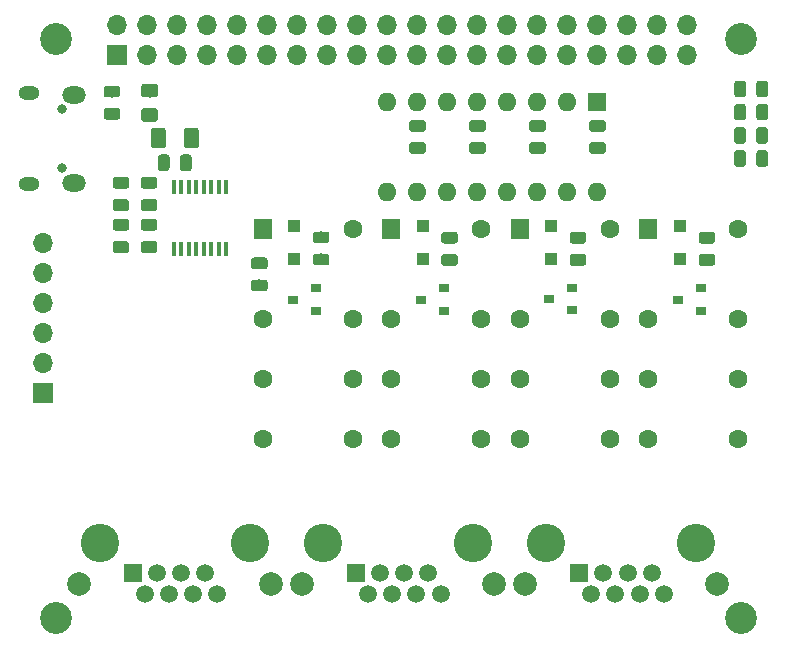
<source format=gbs>
G04 #@! TF.GenerationSoftware,KiCad,Pcbnew,(5.1.4)-1*
G04 #@! TF.CreationDate,2020-08-22T15:05:13-05:00*
G04 #@! TF.ProjectId,NetworkBreaker,4e657477-6f72-46b4-9272-65616b65722e,rev?*
G04 #@! TF.SameCoordinates,Original*
G04 #@! TF.FileFunction,Soldermask,Bot*
G04 #@! TF.FilePolarity,Negative*
%FSLAX46Y46*%
G04 Gerber Fmt 4.6, Leading zero omitted, Abs format (unit mm)*
G04 Created by KiCad (PCBNEW (5.1.4)-1) date 2020-08-22 15:05:13*
%MOMM*%
%LPD*%
G04 APERTURE LIST*
%ADD10O,1.600000X1.600000*%
%ADD11R,1.600000X1.600000*%
%ADD12R,1.100000X1.100000*%
%ADD13C,0.150000*%
%ADD14C,0.975000*%
%ADD15O,1.700000X1.700000*%
%ADD16R,1.700000X1.700000*%
%ADD17C,1.150000*%
%ADD18C,1.250000*%
%ADD19R,0.900000X0.800000*%
%ADD20R,0.400000X1.200000*%
%ADD21O,0.800000X0.800000*%
%ADD22O,1.800000X1.150000*%
%ADD23O,2.000000X1.450000*%
%ADD24C,2.000000*%
%ADD25C,3.250000*%
%ADD26C,1.500000*%
%ADD27R,1.500000X1.500000*%
%ADD28C,1.600000*%
%ADD29R,1.600000X1.800000*%
%ADD30C,2.700000*%
G04 APERTURE END LIST*
D10*
X249339500Y-110439500D03*
X231559500Y-102819500D03*
X246799500Y-110439500D03*
X234099500Y-102819500D03*
X244259500Y-110439500D03*
X236639500Y-102819500D03*
X241719500Y-110439500D03*
X239179500Y-102819500D03*
X239179500Y-110439500D03*
X241719500Y-102819500D03*
X236639500Y-110439500D03*
X244259500Y-102819500D03*
X234099500Y-110439500D03*
X246799500Y-102819500D03*
X231559500Y-110439500D03*
D11*
X249339500Y-102819500D03*
D12*
X234565166Y-116157500D03*
X234565166Y-113357500D03*
D13*
G36*
X211859342Y-112762174D02*
G01*
X211883003Y-112765684D01*
X211906207Y-112771496D01*
X211928729Y-112779554D01*
X211950353Y-112789782D01*
X211970870Y-112802079D01*
X211990083Y-112816329D01*
X212007807Y-112832393D01*
X212023871Y-112850117D01*
X212038121Y-112869330D01*
X212050418Y-112889847D01*
X212060646Y-112911471D01*
X212068704Y-112933993D01*
X212074516Y-112957197D01*
X212078026Y-112980858D01*
X212079200Y-113004750D01*
X212079200Y-113492250D01*
X212078026Y-113516142D01*
X212074516Y-113539803D01*
X212068704Y-113563007D01*
X212060646Y-113585529D01*
X212050418Y-113607153D01*
X212038121Y-113627670D01*
X212023871Y-113646883D01*
X212007807Y-113664607D01*
X211990083Y-113680671D01*
X211970870Y-113694921D01*
X211950353Y-113707218D01*
X211928729Y-113717446D01*
X211906207Y-113725504D01*
X211883003Y-113731316D01*
X211859342Y-113734826D01*
X211835450Y-113736000D01*
X210922950Y-113736000D01*
X210899058Y-113734826D01*
X210875397Y-113731316D01*
X210852193Y-113725504D01*
X210829671Y-113717446D01*
X210808047Y-113707218D01*
X210787530Y-113694921D01*
X210768317Y-113680671D01*
X210750593Y-113664607D01*
X210734529Y-113646883D01*
X210720279Y-113627670D01*
X210707982Y-113607153D01*
X210697754Y-113585529D01*
X210689696Y-113563007D01*
X210683884Y-113539803D01*
X210680374Y-113516142D01*
X210679200Y-113492250D01*
X210679200Y-113004750D01*
X210680374Y-112980858D01*
X210683884Y-112957197D01*
X210689696Y-112933993D01*
X210697754Y-112911471D01*
X210707982Y-112889847D01*
X210720279Y-112869330D01*
X210734529Y-112850117D01*
X210750593Y-112832393D01*
X210768317Y-112816329D01*
X210787530Y-112802079D01*
X210808047Y-112789782D01*
X210829671Y-112779554D01*
X210852193Y-112771496D01*
X210875397Y-112765684D01*
X210899058Y-112762174D01*
X210922950Y-112761000D01*
X211835450Y-112761000D01*
X211859342Y-112762174D01*
X211859342Y-112762174D01*
G37*
D14*
X211379200Y-113248500D03*
D13*
G36*
X211859342Y-114637174D02*
G01*
X211883003Y-114640684D01*
X211906207Y-114646496D01*
X211928729Y-114654554D01*
X211950353Y-114664782D01*
X211970870Y-114677079D01*
X211990083Y-114691329D01*
X212007807Y-114707393D01*
X212023871Y-114725117D01*
X212038121Y-114744330D01*
X212050418Y-114764847D01*
X212060646Y-114786471D01*
X212068704Y-114808993D01*
X212074516Y-114832197D01*
X212078026Y-114855858D01*
X212079200Y-114879750D01*
X212079200Y-115367250D01*
X212078026Y-115391142D01*
X212074516Y-115414803D01*
X212068704Y-115438007D01*
X212060646Y-115460529D01*
X212050418Y-115482153D01*
X212038121Y-115502670D01*
X212023871Y-115521883D01*
X212007807Y-115539607D01*
X211990083Y-115555671D01*
X211970870Y-115569921D01*
X211950353Y-115582218D01*
X211928729Y-115592446D01*
X211906207Y-115600504D01*
X211883003Y-115606316D01*
X211859342Y-115609826D01*
X211835450Y-115611000D01*
X210922950Y-115611000D01*
X210899058Y-115609826D01*
X210875397Y-115606316D01*
X210852193Y-115600504D01*
X210829671Y-115592446D01*
X210808047Y-115582218D01*
X210787530Y-115569921D01*
X210768317Y-115555671D01*
X210750593Y-115539607D01*
X210734529Y-115521883D01*
X210720279Y-115502670D01*
X210707982Y-115482153D01*
X210697754Y-115460529D01*
X210689696Y-115438007D01*
X210683884Y-115414803D01*
X210680374Y-115391142D01*
X210679200Y-115367250D01*
X210679200Y-114879750D01*
X210680374Y-114855858D01*
X210683884Y-114832197D01*
X210689696Y-114808993D01*
X210697754Y-114786471D01*
X210707982Y-114764847D01*
X210720279Y-114744330D01*
X210734529Y-114725117D01*
X210750593Y-114707393D01*
X210768317Y-114691329D01*
X210787530Y-114677079D01*
X210808047Y-114664782D01*
X210829671Y-114654554D01*
X210852193Y-114646496D01*
X210875397Y-114640684D01*
X210899058Y-114637174D01*
X210922950Y-114636000D01*
X211835450Y-114636000D01*
X211859342Y-114637174D01*
X211859342Y-114637174D01*
G37*
D14*
X211379200Y-115123500D03*
D13*
G36*
X211859342Y-109206174D02*
G01*
X211883003Y-109209684D01*
X211906207Y-109215496D01*
X211928729Y-109223554D01*
X211950353Y-109233782D01*
X211970870Y-109246079D01*
X211990083Y-109260329D01*
X212007807Y-109276393D01*
X212023871Y-109294117D01*
X212038121Y-109313330D01*
X212050418Y-109333847D01*
X212060646Y-109355471D01*
X212068704Y-109377993D01*
X212074516Y-109401197D01*
X212078026Y-109424858D01*
X212079200Y-109448750D01*
X212079200Y-109936250D01*
X212078026Y-109960142D01*
X212074516Y-109983803D01*
X212068704Y-110007007D01*
X212060646Y-110029529D01*
X212050418Y-110051153D01*
X212038121Y-110071670D01*
X212023871Y-110090883D01*
X212007807Y-110108607D01*
X211990083Y-110124671D01*
X211970870Y-110138921D01*
X211950353Y-110151218D01*
X211928729Y-110161446D01*
X211906207Y-110169504D01*
X211883003Y-110175316D01*
X211859342Y-110178826D01*
X211835450Y-110180000D01*
X210922950Y-110180000D01*
X210899058Y-110178826D01*
X210875397Y-110175316D01*
X210852193Y-110169504D01*
X210829671Y-110161446D01*
X210808047Y-110151218D01*
X210787530Y-110138921D01*
X210768317Y-110124671D01*
X210750593Y-110108607D01*
X210734529Y-110090883D01*
X210720279Y-110071670D01*
X210707982Y-110051153D01*
X210697754Y-110029529D01*
X210689696Y-110007007D01*
X210683884Y-109983803D01*
X210680374Y-109960142D01*
X210679200Y-109936250D01*
X210679200Y-109448750D01*
X210680374Y-109424858D01*
X210683884Y-109401197D01*
X210689696Y-109377993D01*
X210697754Y-109355471D01*
X210707982Y-109333847D01*
X210720279Y-109313330D01*
X210734529Y-109294117D01*
X210750593Y-109276393D01*
X210768317Y-109260329D01*
X210787530Y-109246079D01*
X210808047Y-109233782D01*
X210829671Y-109223554D01*
X210852193Y-109215496D01*
X210875397Y-109209684D01*
X210899058Y-109206174D01*
X210922950Y-109205000D01*
X211835450Y-109205000D01*
X211859342Y-109206174D01*
X211859342Y-109206174D01*
G37*
D14*
X211379200Y-109692500D03*
D13*
G36*
X211859342Y-111081174D02*
G01*
X211883003Y-111084684D01*
X211906207Y-111090496D01*
X211928729Y-111098554D01*
X211950353Y-111108782D01*
X211970870Y-111121079D01*
X211990083Y-111135329D01*
X212007807Y-111151393D01*
X212023871Y-111169117D01*
X212038121Y-111188330D01*
X212050418Y-111208847D01*
X212060646Y-111230471D01*
X212068704Y-111252993D01*
X212074516Y-111276197D01*
X212078026Y-111299858D01*
X212079200Y-111323750D01*
X212079200Y-111811250D01*
X212078026Y-111835142D01*
X212074516Y-111858803D01*
X212068704Y-111882007D01*
X212060646Y-111904529D01*
X212050418Y-111926153D01*
X212038121Y-111946670D01*
X212023871Y-111965883D01*
X212007807Y-111983607D01*
X211990083Y-111999671D01*
X211970870Y-112013921D01*
X211950353Y-112026218D01*
X211928729Y-112036446D01*
X211906207Y-112044504D01*
X211883003Y-112050316D01*
X211859342Y-112053826D01*
X211835450Y-112055000D01*
X210922950Y-112055000D01*
X210899058Y-112053826D01*
X210875397Y-112050316D01*
X210852193Y-112044504D01*
X210829671Y-112036446D01*
X210808047Y-112026218D01*
X210787530Y-112013921D01*
X210768317Y-111999671D01*
X210750593Y-111983607D01*
X210734529Y-111965883D01*
X210720279Y-111946670D01*
X210707982Y-111926153D01*
X210697754Y-111904529D01*
X210689696Y-111882007D01*
X210683884Y-111858803D01*
X210680374Y-111835142D01*
X210679200Y-111811250D01*
X210679200Y-111323750D01*
X210680374Y-111299858D01*
X210683884Y-111276197D01*
X210689696Y-111252993D01*
X210697754Y-111230471D01*
X210707982Y-111208847D01*
X210720279Y-111188330D01*
X210734529Y-111169117D01*
X210750593Y-111151393D01*
X210768317Y-111135329D01*
X210787530Y-111121079D01*
X210808047Y-111108782D01*
X210829671Y-111098554D01*
X210852193Y-111090496D01*
X210875397Y-111084684D01*
X210899058Y-111081174D01*
X210922950Y-111080000D01*
X211835450Y-111080000D01*
X211859342Y-111081174D01*
X211859342Y-111081174D01*
G37*
D14*
X211379200Y-111567500D03*
D15*
X202387600Y-114770200D03*
X202387600Y-117310200D03*
X202387600Y-119850200D03*
X202387600Y-122390200D03*
X202387600Y-124930200D03*
D16*
X202387600Y-127470200D03*
D13*
G36*
X211904505Y-101309604D02*
G01*
X211928773Y-101313204D01*
X211952572Y-101319165D01*
X211975671Y-101327430D01*
X211997850Y-101337920D01*
X212018893Y-101350532D01*
X212038599Y-101365147D01*
X212056777Y-101381623D01*
X212073253Y-101399801D01*
X212087868Y-101419507D01*
X212100480Y-101440550D01*
X212110970Y-101462729D01*
X212119235Y-101485828D01*
X212125196Y-101509627D01*
X212128796Y-101533895D01*
X212130000Y-101558399D01*
X212130000Y-102208401D01*
X212128796Y-102232905D01*
X212125196Y-102257173D01*
X212119235Y-102280972D01*
X212110970Y-102304071D01*
X212100480Y-102326250D01*
X212087868Y-102347293D01*
X212073253Y-102366999D01*
X212056777Y-102385177D01*
X212038599Y-102401653D01*
X212018893Y-102416268D01*
X211997850Y-102428880D01*
X211975671Y-102439370D01*
X211952572Y-102447635D01*
X211928773Y-102453596D01*
X211904505Y-102457196D01*
X211880001Y-102458400D01*
X210979999Y-102458400D01*
X210955495Y-102457196D01*
X210931227Y-102453596D01*
X210907428Y-102447635D01*
X210884329Y-102439370D01*
X210862150Y-102428880D01*
X210841107Y-102416268D01*
X210821401Y-102401653D01*
X210803223Y-102385177D01*
X210786747Y-102366999D01*
X210772132Y-102347293D01*
X210759520Y-102326250D01*
X210749030Y-102304071D01*
X210740765Y-102280972D01*
X210734804Y-102257173D01*
X210731204Y-102232905D01*
X210730000Y-102208401D01*
X210730000Y-101558399D01*
X210731204Y-101533895D01*
X210734804Y-101509627D01*
X210740765Y-101485828D01*
X210749030Y-101462729D01*
X210759520Y-101440550D01*
X210772132Y-101419507D01*
X210786747Y-101399801D01*
X210803223Y-101381623D01*
X210821401Y-101365147D01*
X210841107Y-101350532D01*
X210862150Y-101337920D01*
X210884329Y-101327430D01*
X210907428Y-101319165D01*
X210931227Y-101313204D01*
X210955495Y-101309604D01*
X210979999Y-101308400D01*
X211880001Y-101308400D01*
X211904505Y-101309604D01*
X211904505Y-101309604D01*
G37*
D17*
X211430000Y-101883400D03*
D13*
G36*
X211904505Y-103359604D02*
G01*
X211928773Y-103363204D01*
X211952572Y-103369165D01*
X211975671Y-103377430D01*
X211997850Y-103387920D01*
X212018893Y-103400532D01*
X212038599Y-103415147D01*
X212056777Y-103431623D01*
X212073253Y-103449801D01*
X212087868Y-103469507D01*
X212100480Y-103490550D01*
X212110970Y-103512729D01*
X212119235Y-103535828D01*
X212125196Y-103559627D01*
X212128796Y-103583895D01*
X212130000Y-103608399D01*
X212130000Y-104258401D01*
X212128796Y-104282905D01*
X212125196Y-104307173D01*
X212119235Y-104330972D01*
X212110970Y-104354071D01*
X212100480Y-104376250D01*
X212087868Y-104397293D01*
X212073253Y-104416999D01*
X212056777Y-104435177D01*
X212038599Y-104451653D01*
X212018893Y-104466268D01*
X211997850Y-104478880D01*
X211975671Y-104489370D01*
X211952572Y-104497635D01*
X211928773Y-104503596D01*
X211904505Y-104507196D01*
X211880001Y-104508400D01*
X210979999Y-104508400D01*
X210955495Y-104507196D01*
X210931227Y-104503596D01*
X210907428Y-104497635D01*
X210884329Y-104489370D01*
X210862150Y-104478880D01*
X210841107Y-104466268D01*
X210821401Y-104451653D01*
X210803223Y-104435177D01*
X210786747Y-104416999D01*
X210772132Y-104397293D01*
X210759520Y-104376250D01*
X210749030Y-104354071D01*
X210740765Y-104330972D01*
X210734804Y-104307173D01*
X210731204Y-104282905D01*
X210730000Y-104258401D01*
X210730000Y-103608399D01*
X210731204Y-103583895D01*
X210734804Y-103559627D01*
X210740765Y-103535828D01*
X210749030Y-103512729D01*
X210759520Y-103490550D01*
X210772132Y-103469507D01*
X210786747Y-103449801D01*
X210803223Y-103431623D01*
X210821401Y-103415147D01*
X210841107Y-103400532D01*
X210862150Y-103387920D01*
X210884329Y-103377430D01*
X210907428Y-103369165D01*
X210931227Y-103363204D01*
X210955495Y-103359604D01*
X210979999Y-103358400D01*
X211880001Y-103358400D01*
X211904505Y-103359604D01*
X211904505Y-103359604D01*
G37*
D17*
X211430000Y-103933400D03*
D13*
G36*
X208709742Y-101484574D02*
G01*
X208733403Y-101488084D01*
X208756607Y-101493896D01*
X208779129Y-101501954D01*
X208800753Y-101512182D01*
X208821270Y-101524479D01*
X208840483Y-101538729D01*
X208858207Y-101554793D01*
X208874271Y-101572517D01*
X208888521Y-101591730D01*
X208900818Y-101612247D01*
X208911046Y-101633871D01*
X208919104Y-101656393D01*
X208924916Y-101679597D01*
X208928426Y-101703258D01*
X208929600Y-101727150D01*
X208929600Y-102214650D01*
X208928426Y-102238542D01*
X208924916Y-102262203D01*
X208919104Y-102285407D01*
X208911046Y-102307929D01*
X208900818Y-102329553D01*
X208888521Y-102350070D01*
X208874271Y-102369283D01*
X208858207Y-102387007D01*
X208840483Y-102403071D01*
X208821270Y-102417321D01*
X208800753Y-102429618D01*
X208779129Y-102439846D01*
X208756607Y-102447904D01*
X208733403Y-102453716D01*
X208709742Y-102457226D01*
X208685850Y-102458400D01*
X207773350Y-102458400D01*
X207749458Y-102457226D01*
X207725797Y-102453716D01*
X207702593Y-102447904D01*
X207680071Y-102439846D01*
X207658447Y-102429618D01*
X207637930Y-102417321D01*
X207618717Y-102403071D01*
X207600993Y-102387007D01*
X207584929Y-102369283D01*
X207570679Y-102350070D01*
X207558382Y-102329553D01*
X207548154Y-102307929D01*
X207540096Y-102285407D01*
X207534284Y-102262203D01*
X207530774Y-102238542D01*
X207529600Y-102214650D01*
X207529600Y-101727150D01*
X207530774Y-101703258D01*
X207534284Y-101679597D01*
X207540096Y-101656393D01*
X207548154Y-101633871D01*
X207558382Y-101612247D01*
X207570679Y-101591730D01*
X207584929Y-101572517D01*
X207600993Y-101554793D01*
X207618717Y-101538729D01*
X207637930Y-101524479D01*
X207658447Y-101512182D01*
X207680071Y-101501954D01*
X207702593Y-101493896D01*
X207725797Y-101488084D01*
X207749458Y-101484574D01*
X207773350Y-101483400D01*
X208685850Y-101483400D01*
X208709742Y-101484574D01*
X208709742Y-101484574D01*
G37*
D14*
X208229600Y-101970900D03*
D13*
G36*
X208709742Y-103359574D02*
G01*
X208733403Y-103363084D01*
X208756607Y-103368896D01*
X208779129Y-103376954D01*
X208800753Y-103387182D01*
X208821270Y-103399479D01*
X208840483Y-103413729D01*
X208858207Y-103429793D01*
X208874271Y-103447517D01*
X208888521Y-103466730D01*
X208900818Y-103487247D01*
X208911046Y-103508871D01*
X208919104Y-103531393D01*
X208924916Y-103554597D01*
X208928426Y-103578258D01*
X208929600Y-103602150D01*
X208929600Y-104089650D01*
X208928426Y-104113542D01*
X208924916Y-104137203D01*
X208919104Y-104160407D01*
X208911046Y-104182929D01*
X208900818Y-104204553D01*
X208888521Y-104225070D01*
X208874271Y-104244283D01*
X208858207Y-104262007D01*
X208840483Y-104278071D01*
X208821270Y-104292321D01*
X208800753Y-104304618D01*
X208779129Y-104314846D01*
X208756607Y-104322904D01*
X208733403Y-104328716D01*
X208709742Y-104332226D01*
X208685850Y-104333400D01*
X207773350Y-104333400D01*
X207749458Y-104332226D01*
X207725797Y-104328716D01*
X207702593Y-104322904D01*
X207680071Y-104314846D01*
X207658447Y-104304618D01*
X207637930Y-104292321D01*
X207618717Y-104278071D01*
X207600993Y-104262007D01*
X207584929Y-104244283D01*
X207570679Y-104225070D01*
X207558382Y-104204553D01*
X207548154Y-104182929D01*
X207540096Y-104160407D01*
X207534284Y-104137203D01*
X207530774Y-104113542D01*
X207529600Y-104089650D01*
X207529600Y-103602150D01*
X207530774Y-103578258D01*
X207534284Y-103554597D01*
X207540096Y-103531393D01*
X207548154Y-103508871D01*
X207558382Y-103487247D01*
X207570679Y-103466730D01*
X207584929Y-103447517D01*
X207600993Y-103429793D01*
X207618717Y-103413729D01*
X207637930Y-103399479D01*
X207658447Y-103387182D01*
X207680071Y-103376954D01*
X207702593Y-103368896D01*
X207725797Y-103363084D01*
X207749458Y-103359574D01*
X207773350Y-103358400D01*
X208685850Y-103358400D01*
X208709742Y-103359574D01*
X208709742Y-103359574D01*
G37*
D14*
X208229600Y-103845900D03*
D13*
G36*
X221206542Y-117888374D02*
G01*
X221230203Y-117891884D01*
X221253407Y-117897696D01*
X221275929Y-117905754D01*
X221297553Y-117915982D01*
X221318070Y-117928279D01*
X221337283Y-117942529D01*
X221355007Y-117958593D01*
X221371071Y-117976317D01*
X221385321Y-117995530D01*
X221397618Y-118016047D01*
X221407846Y-118037671D01*
X221415904Y-118060193D01*
X221421716Y-118083397D01*
X221425226Y-118107058D01*
X221426400Y-118130950D01*
X221426400Y-118618450D01*
X221425226Y-118642342D01*
X221421716Y-118666003D01*
X221415904Y-118689207D01*
X221407846Y-118711729D01*
X221397618Y-118733353D01*
X221385321Y-118753870D01*
X221371071Y-118773083D01*
X221355007Y-118790807D01*
X221337283Y-118806871D01*
X221318070Y-118821121D01*
X221297553Y-118833418D01*
X221275929Y-118843646D01*
X221253407Y-118851704D01*
X221230203Y-118857516D01*
X221206542Y-118861026D01*
X221182650Y-118862200D01*
X220270150Y-118862200D01*
X220246258Y-118861026D01*
X220222597Y-118857516D01*
X220199393Y-118851704D01*
X220176871Y-118843646D01*
X220155247Y-118833418D01*
X220134730Y-118821121D01*
X220115517Y-118806871D01*
X220097793Y-118790807D01*
X220081729Y-118773083D01*
X220067479Y-118753870D01*
X220055182Y-118733353D01*
X220044954Y-118711729D01*
X220036896Y-118689207D01*
X220031084Y-118666003D01*
X220027574Y-118642342D01*
X220026400Y-118618450D01*
X220026400Y-118130950D01*
X220027574Y-118107058D01*
X220031084Y-118083397D01*
X220036896Y-118060193D01*
X220044954Y-118037671D01*
X220055182Y-118016047D01*
X220067479Y-117995530D01*
X220081729Y-117976317D01*
X220097793Y-117958593D01*
X220115517Y-117942529D01*
X220134730Y-117928279D01*
X220155247Y-117915982D01*
X220176871Y-117905754D01*
X220199393Y-117897696D01*
X220222597Y-117891884D01*
X220246258Y-117888374D01*
X220270150Y-117887200D01*
X221182650Y-117887200D01*
X221206542Y-117888374D01*
X221206542Y-117888374D01*
G37*
D14*
X220726400Y-118374700D03*
D13*
G36*
X221206542Y-116013374D02*
G01*
X221230203Y-116016884D01*
X221253407Y-116022696D01*
X221275929Y-116030754D01*
X221297553Y-116040982D01*
X221318070Y-116053279D01*
X221337283Y-116067529D01*
X221355007Y-116083593D01*
X221371071Y-116101317D01*
X221385321Y-116120530D01*
X221397618Y-116141047D01*
X221407846Y-116162671D01*
X221415904Y-116185193D01*
X221421716Y-116208397D01*
X221425226Y-116232058D01*
X221426400Y-116255950D01*
X221426400Y-116743450D01*
X221425226Y-116767342D01*
X221421716Y-116791003D01*
X221415904Y-116814207D01*
X221407846Y-116836729D01*
X221397618Y-116858353D01*
X221385321Y-116878870D01*
X221371071Y-116898083D01*
X221355007Y-116915807D01*
X221337283Y-116931871D01*
X221318070Y-116946121D01*
X221297553Y-116958418D01*
X221275929Y-116968646D01*
X221253407Y-116976704D01*
X221230203Y-116982516D01*
X221206542Y-116986026D01*
X221182650Y-116987200D01*
X220270150Y-116987200D01*
X220246258Y-116986026D01*
X220222597Y-116982516D01*
X220199393Y-116976704D01*
X220176871Y-116968646D01*
X220155247Y-116958418D01*
X220134730Y-116946121D01*
X220115517Y-116931871D01*
X220097793Y-116915807D01*
X220081729Y-116898083D01*
X220067479Y-116878870D01*
X220055182Y-116858353D01*
X220044954Y-116836729D01*
X220036896Y-116814207D01*
X220031084Y-116791003D01*
X220027574Y-116767342D01*
X220026400Y-116743450D01*
X220026400Y-116255950D01*
X220027574Y-116232058D01*
X220031084Y-116208397D01*
X220036896Y-116185193D01*
X220044954Y-116162671D01*
X220055182Y-116141047D01*
X220067479Y-116120530D01*
X220081729Y-116101317D01*
X220097793Y-116083593D01*
X220115517Y-116067529D01*
X220134730Y-116053279D01*
X220155247Y-116040982D01*
X220176871Y-116030754D01*
X220199393Y-116022696D01*
X220222597Y-116016884D01*
X220246258Y-116013374D01*
X220270150Y-116012200D01*
X221182650Y-116012200D01*
X221206542Y-116013374D01*
X221206542Y-116013374D01*
G37*
D14*
X220726400Y-116499700D03*
D13*
G36*
X209471742Y-114637174D02*
G01*
X209495403Y-114640684D01*
X209518607Y-114646496D01*
X209541129Y-114654554D01*
X209562753Y-114664782D01*
X209583270Y-114677079D01*
X209602483Y-114691329D01*
X209620207Y-114707393D01*
X209636271Y-114725117D01*
X209650521Y-114744330D01*
X209662818Y-114764847D01*
X209673046Y-114786471D01*
X209681104Y-114808993D01*
X209686916Y-114832197D01*
X209690426Y-114855858D01*
X209691600Y-114879750D01*
X209691600Y-115367250D01*
X209690426Y-115391142D01*
X209686916Y-115414803D01*
X209681104Y-115438007D01*
X209673046Y-115460529D01*
X209662818Y-115482153D01*
X209650521Y-115502670D01*
X209636271Y-115521883D01*
X209620207Y-115539607D01*
X209602483Y-115555671D01*
X209583270Y-115569921D01*
X209562753Y-115582218D01*
X209541129Y-115592446D01*
X209518607Y-115600504D01*
X209495403Y-115606316D01*
X209471742Y-115609826D01*
X209447850Y-115611000D01*
X208535350Y-115611000D01*
X208511458Y-115609826D01*
X208487797Y-115606316D01*
X208464593Y-115600504D01*
X208442071Y-115592446D01*
X208420447Y-115582218D01*
X208399930Y-115569921D01*
X208380717Y-115555671D01*
X208362993Y-115539607D01*
X208346929Y-115521883D01*
X208332679Y-115502670D01*
X208320382Y-115482153D01*
X208310154Y-115460529D01*
X208302096Y-115438007D01*
X208296284Y-115414803D01*
X208292774Y-115391142D01*
X208291600Y-115367250D01*
X208291600Y-114879750D01*
X208292774Y-114855858D01*
X208296284Y-114832197D01*
X208302096Y-114808993D01*
X208310154Y-114786471D01*
X208320382Y-114764847D01*
X208332679Y-114744330D01*
X208346929Y-114725117D01*
X208362993Y-114707393D01*
X208380717Y-114691329D01*
X208399930Y-114677079D01*
X208420447Y-114664782D01*
X208442071Y-114654554D01*
X208464593Y-114646496D01*
X208487797Y-114640684D01*
X208511458Y-114637174D01*
X208535350Y-114636000D01*
X209447850Y-114636000D01*
X209471742Y-114637174D01*
X209471742Y-114637174D01*
G37*
D14*
X208991600Y-115123500D03*
D13*
G36*
X209471742Y-112762174D02*
G01*
X209495403Y-112765684D01*
X209518607Y-112771496D01*
X209541129Y-112779554D01*
X209562753Y-112789782D01*
X209583270Y-112802079D01*
X209602483Y-112816329D01*
X209620207Y-112832393D01*
X209636271Y-112850117D01*
X209650521Y-112869330D01*
X209662818Y-112889847D01*
X209673046Y-112911471D01*
X209681104Y-112933993D01*
X209686916Y-112957197D01*
X209690426Y-112980858D01*
X209691600Y-113004750D01*
X209691600Y-113492250D01*
X209690426Y-113516142D01*
X209686916Y-113539803D01*
X209681104Y-113563007D01*
X209673046Y-113585529D01*
X209662818Y-113607153D01*
X209650521Y-113627670D01*
X209636271Y-113646883D01*
X209620207Y-113664607D01*
X209602483Y-113680671D01*
X209583270Y-113694921D01*
X209562753Y-113707218D01*
X209541129Y-113717446D01*
X209518607Y-113725504D01*
X209495403Y-113731316D01*
X209471742Y-113734826D01*
X209447850Y-113736000D01*
X208535350Y-113736000D01*
X208511458Y-113734826D01*
X208487797Y-113731316D01*
X208464593Y-113725504D01*
X208442071Y-113717446D01*
X208420447Y-113707218D01*
X208399930Y-113694921D01*
X208380717Y-113680671D01*
X208362993Y-113664607D01*
X208346929Y-113646883D01*
X208332679Y-113627670D01*
X208320382Y-113607153D01*
X208310154Y-113585529D01*
X208302096Y-113563007D01*
X208296284Y-113539803D01*
X208292774Y-113516142D01*
X208291600Y-113492250D01*
X208291600Y-113004750D01*
X208292774Y-112980858D01*
X208296284Y-112957197D01*
X208302096Y-112933993D01*
X208310154Y-112911471D01*
X208320382Y-112889847D01*
X208332679Y-112869330D01*
X208346929Y-112850117D01*
X208362993Y-112832393D01*
X208380717Y-112816329D01*
X208399930Y-112802079D01*
X208420447Y-112789782D01*
X208442071Y-112779554D01*
X208464593Y-112771496D01*
X208487797Y-112765684D01*
X208511458Y-112762174D01*
X208535350Y-112761000D01*
X209447850Y-112761000D01*
X209471742Y-112762174D01*
X209471742Y-112762174D01*
G37*
D14*
X208991600Y-113248500D03*
D13*
G36*
X209471742Y-111081174D02*
G01*
X209495403Y-111084684D01*
X209518607Y-111090496D01*
X209541129Y-111098554D01*
X209562753Y-111108782D01*
X209583270Y-111121079D01*
X209602483Y-111135329D01*
X209620207Y-111151393D01*
X209636271Y-111169117D01*
X209650521Y-111188330D01*
X209662818Y-111208847D01*
X209673046Y-111230471D01*
X209681104Y-111252993D01*
X209686916Y-111276197D01*
X209690426Y-111299858D01*
X209691600Y-111323750D01*
X209691600Y-111811250D01*
X209690426Y-111835142D01*
X209686916Y-111858803D01*
X209681104Y-111882007D01*
X209673046Y-111904529D01*
X209662818Y-111926153D01*
X209650521Y-111946670D01*
X209636271Y-111965883D01*
X209620207Y-111983607D01*
X209602483Y-111999671D01*
X209583270Y-112013921D01*
X209562753Y-112026218D01*
X209541129Y-112036446D01*
X209518607Y-112044504D01*
X209495403Y-112050316D01*
X209471742Y-112053826D01*
X209447850Y-112055000D01*
X208535350Y-112055000D01*
X208511458Y-112053826D01*
X208487797Y-112050316D01*
X208464593Y-112044504D01*
X208442071Y-112036446D01*
X208420447Y-112026218D01*
X208399930Y-112013921D01*
X208380717Y-111999671D01*
X208362993Y-111983607D01*
X208346929Y-111965883D01*
X208332679Y-111946670D01*
X208320382Y-111926153D01*
X208310154Y-111904529D01*
X208302096Y-111882007D01*
X208296284Y-111858803D01*
X208292774Y-111835142D01*
X208291600Y-111811250D01*
X208291600Y-111323750D01*
X208292774Y-111299858D01*
X208296284Y-111276197D01*
X208302096Y-111252993D01*
X208310154Y-111230471D01*
X208320382Y-111208847D01*
X208332679Y-111188330D01*
X208346929Y-111169117D01*
X208362993Y-111151393D01*
X208380717Y-111135329D01*
X208399930Y-111121079D01*
X208420447Y-111108782D01*
X208442071Y-111098554D01*
X208464593Y-111090496D01*
X208487797Y-111084684D01*
X208511458Y-111081174D01*
X208535350Y-111080000D01*
X209447850Y-111080000D01*
X209471742Y-111081174D01*
X209471742Y-111081174D01*
G37*
D14*
X208991600Y-111567500D03*
D13*
G36*
X209471742Y-109206174D02*
G01*
X209495403Y-109209684D01*
X209518607Y-109215496D01*
X209541129Y-109223554D01*
X209562753Y-109233782D01*
X209583270Y-109246079D01*
X209602483Y-109260329D01*
X209620207Y-109276393D01*
X209636271Y-109294117D01*
X209650521Y-109313330D01*
X209662818Y-109333847D01*
X209673046Y-109355471D01*
X209681104Y-109377993D01*
X209686916Y-109401197D01*
X209690426Y-109424858D01*
X209691600Y-109448750D01*
X209691600Y-109936250D01*
X209690426Y-109960142D01*
X209686916Y-109983803D01*
X209681104Y-110007007D01*
X209673046Y-110029529D01*
X209662818Y-110051153D01*
X209650521Y-110071670D01*
X209636271Y-110090883D01*
X209620207Y-110108607D01*
X209602483Y-110124671D01*
X209583270Y-110138921D01*
X209562753Y-110151218D01*
X209541129Y-110161446D01*
X209518607Y-110169504D01*
X209495403Y-110175316D01*
X209471742Y-110178826D01*
X209447850Y-110180000D01*
X208535350Y-110180000D01*
X208511458Y-110178826D01*
X208487797Y-110175316D01*
X208464593Y-110169504D01*
X208442071Y-110161446D01*
X208420447Y-110151218D01*
X208399930Y-110138921D01*
X208380717Y-110124671D01*
X208362993Y-110108607D01*
X208346929Y-110090883D01*
X208332679Y-110071670D01*
X208320382Y-110051153D01*
X208310154Y-110029529D01*
X208302096Y-110007007D01*
X208296284Y-109983803D01*
X208292774Y-109960142D01*
X208291600Y-109936250D01*
X208291600Y-109448750D01*
X208292774Y-109424858D01*
X208296284Y-109401197D01*
X208302096Y-109377993D01*
X208310154Y-109355471D01*
X208320382Y-109333847D01*
X208332679Y-109313330D01*
X208346929Y-109294117D01*
X208362993Y-109276393D01*
X208380717Y-109260329D01*
X208399930Y-109246079D01*
X208420447Y-109233782D01*
X208442071Y-109223554D01*
X208464593Y-109215496D01*
X208487797Y-109209684D01*
X208511458Y-109206174D01*
X208535350Y-109205000D01*
X209447850Y-109205000D01*
X209471742Y-109206174D01*
X209471742Y-109206174D01*
G37*
D14*
X208991600Y-109692500D03*
D13*
G36*
X212563104Y-105031804D02*
G01*
X212587373Y-105035404D01*
X212611171Y-105041365D01*
X212634271Y-105049630D01*
X212656449Y-105060120D01*
X212677493Y-105072733D01*
X212697198Y-105087347D01*
X212715377Y-105103823D01*
X212731853Y-105122002D01*
X212746467Y-105141707D01*
X212759080Y-105162751D01*
X212769570Y-105184929D01*
X212777835Y-105208029D01*
X212783796Y-105231827D01*
X212787396Y-105256096D01*
X212788600Y-105280600D01*
X212788600Y-106530600D01*
X212787396Y-106555104D01*
X212783796Y-106579373D01*
X212777835Y-106603171D01*
X212769570Y-106626271D01*
X212759080Y-106648449D01*
X212746467Y-106669493D01*
X212731853Y-106689198D01*
X212715377Y-106707377D01*
X212697198Y-106723853D01*
X212677493Y-106738467D01*
X212656449Y-106751080D01*
X212634271Y-106761570D01*
X212611171Y-106769835D01*
X212587373Y-106775796D01*
X212563104Y-106779396D01*
X212538600Y-106780600D01*
X211788600Y-106780600D01*
X211764096Y-106779396D01*
X211739827Y-106775796D01*
X211716029Y-106769835D01*
X211692929Y-106761570D01*
X211670751Y-106751080D01*
X211649707Y-106738467D01*
X211630002Y-106723853D01*
X211611823Y-106707377D01*
X211595347Y-106689198D01*
X211580733Y-106669493D01*
X211568120Y-106648449D01*
X211557630Y-106626271D01*
X211549365Y-106603171D01*
X211543404Y-106579373D01*
X211539804Y-106555104D01*
X211538600Y-106530600D01*
X211538600Y-105280600D01*
X211539804Y-105256096D01*
X211543404Y-105231827D01*
X211549365Y-105208029D01*
X211557630Y-105184929D01*
X211568120Y-105162751D01*
X211580733Y-105141707D01*
X211595347Y-105122002D01*
X211611823Y-105103823D01*
X211630002Y-105087347D01*
X211649707Y-105072733D01*
X211670751Y-105060120D01*
X211692929Y-105049630D01*
X211716029Y-105041365D01*
X211739827Y-105035404D01*
X211764096Y-105031804D01*
X211788600Y-105030600D01*
X212538600Y-105030600D01*
X212563104Y-105031804D01*
X212563104Y-105031804D01*
G37*
D18*
X212163600Y-105905600D03*
D13*
G36*
X215363104Y-105031804D02*
G01*
X215387373Y-105035404D01*
X215411171Y-105041365D01*
X215434271Y-105049630D01*
X215456449Y-105060120D01*
X215477493Y-105072733D01*
X215497198Y-105087347D01*
X215515377Y-105103823D01*
X215531853Y-105122002D01*
X215546467Y-105141707D01*
X215559080Y-105162751D01*
X215569570Y-105184929D01*
X215577835Y-105208029D01*
X215583796Y-105231827D01*
X215587396Y-105256096D01*
X215588600Y-105280600D01*
X215588600Y-106530600D01*
X215587396Y-106555104D01*
X215583796Y-106579373D01*
X215577835Y-106603171D01*
X215569570Y-106626271D01*
X215559080Y-106648449D01*
X215546467Y-106669493D01*
X215531853Y-106689198D01*
X215515377Y-106707377D01*
X215497198Y-106723853D01*
X215477493Y-106738467D01*
X215456449Y-106751080D01*
X215434271Y-106761570D01*
X215411171Y-106769835D01*
X215387373Y-106775796D01*
X215363104Y-106779396D01*
X215338600Y-106780600D01*
X214588600Y-106780600D01*
X214564096Y-106779396D01*
X214539827Y-106775796D01*
X214516029Y-106769835D01*
X214492929Y-106761570D01*
X214470751Y-106751080D01*
X214449707Y-106738467D01*
X214430002Y-106723853D01*
X214411823Y-106707377D01*
X214395347Y-106689198D01*
X214380733Y-106669493D01*
X214368120Y-106648449D01*
X214357630Y-106626271D01*
X214349365Y-106603171D01*
X214343404Y-106579373D01*
X214339804Y-106555104D01*
X214338600Y-106530600D01*
X214338600Y-105280600D01*
X214339804Y-105256096D01*
X214343404Y-105231827D01*
X214349365Y-105208029D01*
X214357630Y-105184929D01*
X214368120Y-105162751D01*
X214380733Y-105141707D01*
X214395347Y-105122002D01*
X214411823Y-105103823D01*
X214430002Y-105087347D01*
X214449707Y-105072733D01*
X214470751Y-105060120D01*
X214492929Y-105049630D01*
X214516029Y-105041365D01*
X214539827Y-105035404D01*
X214564096Y-105031804D01*
X214588600Y-105030600D01*
X215338600Y-105030600D01*
X215363104Y-105031804D01*
X215363104Y-105031804D01*
G37*
D18*
X214963600Y-105905600D03*
D13*
G36*
X212893742Y-107289574D02*
G01*
X212917403Y-107293084D01*
X212940607Y-107298896D01*
X212963129Y-107306954D01*
X212984753Y-107317182D01*
X213005270Y-107329479D01*
X213024483Y-107343729D01*
X213042207Y-107359793D01*
X213058271Y-107377517D01*
X213072521Y-107396730D01*
X213084818Y-107417247D01*
X213095046Y-107438871D01*
X213103104Y-107461393D01*
X213108916Y-107484597D01*
X213112426Y-107508258D01*
X213113600Y-107532150D01*
X213113600Y-108444650D01*
X213112426Y-108468542D01*
X213108916Y-108492203D01*
X213103104Y-108515407D01*
X213095046Y-108537929D01*
X213084818Y-108559553D01*
X213072521Y-108580070D01*
X213058271Y-108599283D01*
X213042207Y-108617007D01*
X213024483Y-108633071D01*
X213005270Y-108647321D01*
X212984753Y-108659618D01*
X212963129Y-108669846D01*
X212940607Y-108677904D01*
X212917403Y-108683716D01*
X212893742Y-108687226D01*
X212869850Y-108688400D01*
X212382350Y-108688400D01*
X212358458Y-108687226D01*
X212334797Y-108683716D01*
X212311593Y-108677904D01*
X212289071Y-108669846D01*
X212267447Y-108659618D01*
X212246930Y-108647321D01*
X212227717Y-108633071D01*
X212209993Y-108617007D01*
X212193929Y-108599283D01*
X212179679Y-108580070D01*
X212167382Y-108559553D01*
X212157154Y-108537929D01*
X212149096Y-108515407D01*
X212143284Y-108492203D01*
X212139774Y-108468542D01*
X212138600Y-108444650D01*
X212138600Y-107532150D01*
X212139774Y-107508258D01*
X212143284Y-107484597D01*
X212149096Y-107461393D01*
X212157154Y-107438871D01*
X212167382Y-107417247D01*
X212179679Y-107396730D01*
X212193929Y-107377517D01*
X212209993Y-107359793D01*
X212227717Y-107343729D01*
X212246930Y-107329479D01*
X212267447Y-107317182D01*
X212289071Y-107306954D01*
X212311593Y-107298896D01*
X212334797Y-107293084D01*
X212358458Y-107289574D01*
X212382350Y-107288400D01*
X212869850Y-107288400D01*
X212893742Y-107289574D01*
X212893742Y-107289574D01*
G37*
D14*
X212626100Y-107988400D03*
D13*
G36*
X214768742Y-107289574D02*
G01*
X214792403Y-107293084D01*
X214815607Y-107298896D01*
X214838129Y-107306954D01*
X214859753Y-107317182D01*
X214880270Y-107329479D01*
X214899483Y-107343729D01*
X214917207Y-107359793D01*
X214933271Y-107377517D01*
X214947521Y-107396730D01*
X214959818Y-107417247D01*
X214970046Y-107438871D01*
X214978104Y-107461393D01*
X214983916Y-107484597D01*
X214987426Y-107508258D01*
X214988600Y-107532150D01*
X214988600Y-108444650D01*
X214987426Y-108468542D01*
X214983916Y-108492203D01*
X214978104Y-108515407D01*
X214970046Y-108537929D01*
X214959818Y-108559553D01*
X214947521Y-108580070D01*
X214933271Y-108599283D01*
X214917207Y-108617007D01*
X214899483Y-108633071D01*
X214880270Y-108647321D01*
X214859753Y-108659618D01*
X214838129Y-108669846D01*
X214815607Y-108677904D01*
X214792403Y-108683716D01*
X214768742Y-108687226D01*
X214744850Y-108688400D01*
X214257350Y-108688400D01*
X214233458Y-108687226D01*
X214209797Y-108683716D01*
X214186593Y-108677904D01*
X214164071Y-108669846D01*
X214142447Y-108659618D01*
X214121930Y-108647321D01*
X214102717Y-108633071D01*
X214084993Y-108617007D01*
X214068929Y-108599283D01*
X214054679Y-108580070D01*
X214042382Y-108559553D01*
X214032154Y-108537929D01*
X214024096Y-108515407D01*
X214018284Y-108492203D01*
X214014774Y-108468542D01*
X214013600Y-108444650D01*
X214013600Y-107532150D01*
X214014774Y-107508258D01*
X214018284Y-107484597D01*
X214024096Y-107461393D01*
X214032154Y-107438871D01*
X214042382Y-107417247D01*
X214054679Y-107396730D01*
X214068929Y-107377517D01*
X214084993Y-107359793D01*
X214102717Y-107343729D01*
X214121930Y-107329479D01*
X214142447Y-107317182D01*
X214164071Y-107306954D01*
X214186593Y-107298896D01*
X214209797Y-107293084D01*
X214233458Y-107289574D01*
X214257350Y-107288400D01*
X214744850Y-107288400D01*
X214768742Y-107289574D01*
X214768742Y-107289574D01*
G37*
D14*
X214501100Y-107988400D03*
D19*
X245228000Y-119520000D03*
X247228000Y-120470000D03*
X247228000Y-118570000D03*
X234390666Y-119583500D03*
X236390666Y-120533500D03*
X236390666Y-118633500D03*
X223536400Y-119583500D03*
X225536400Y-120533500D03*
X225536400Y-118633500D03*
D12*
X245444832Y-116157500D03*
X245444832Y-113357500D03*
X223685500Y-116122500D03*
X223685500Y-113322500D03*
X256324500Y-116157500D03*
X256324500Y-113357500D03*
D20*
X217919700Y-110062000D03*
X217284700Y-110062000D03*
X216649700Y-110062000D03*
X216014700Y-110062000D03*
X215379700Y-110062000D03*
X214744700Y-110062000D03*
X214109700Y-110062000D03*
X213474700Y-110062000D03*
X213474700Y-115262000D03*
X214109700Y-115262000D03*
X214744700Y-115262000D03*
X215379700Y-115262000D03*
X216014700Y-115262000D03*
X216649700Y-115262000D03*
X217284700Y-115262000D03*
X217919700Y-115262000D03*
D13*
G36*
X248168642Y-113853674D02*
G01*
X248192303Y-113857184D01*
X248215507Y-113862996D01*
X248238029Y-113871054D01*
X248259653Y-113881282D01*
X248280170Y-113893579D01*
X248299383Y-113907829D01*
X248317107Y-113923893D01*
X248333171Y-113941617D01*
X248347421Y-113960830D01*
X248359718Y-113981347D01*
X248369946Y-114002971D01*
X248378004Y-114025493D01*
X248383816Y-114048697D01*
X248387326Y-114072358D01*
X248388500Y-114096250D01*
X248388500Y-114583750D01*
X248387326Y-114607642D01*
X248383816Y-114631303D01*
X248378004Y-114654507D01*
X248369946Y-114677029D01*
X248359718Y-114698653D01*
X248347421Y-114719170D01*
X248333171Y-114738383D01*
X248317107Y-114756107D01*
X248299383Y-114772171D01*
X248280170Y-114786421D01*
X248259653Y-114798718D01*
X248238029Y-114808946D01*
X248215507Y-114817004D01*
X248192303Y-114822816D01*
X248168642Y-114826326D01*
X248144750Y-114827500D01*
X247232250Y-114827500D01*
X247208358Y-114826326D01*
X247184697Y-114822816D01*
X247161493Y-114817004D01*
X247138971Y-114808946D01*
X247117347Y-114798718D01*
X247096830Y-114786421D01*
X247077617Y-114772171D01*
X247059893Y-114756107D01*
X247043829Y-114738383D01*
X247029579Y-114719170D01*
X247017282Y-114698653D01*
X247007054Y-114677029D01*
X246998996Y-114654507D01*
X246993184Y-114631303D01*
X246989674Y-114607642D01*
X246988500Y-114583750D01*
X246988500Y-114096250D01*
X246989674Y-114072358D01*
X246993184Y-114048697D01*
X246998996Y-114025493D01*
X247007054Y-114002971D01*
X247017282Y-113981347D01*
X247029579Y-113960830D01*
X247043829Y-113941617D01*
X247059893Y-113923893D01*
X247077617Y-113907829D01*
X247096830Y-113893579D01*
X247117347Y-113881282D01*
X247138971Y-113871054D01*
X247161493Y-113862996D01*
X247184697Y-113857184D01*
X247208358Y-113853674D01*
X247232250Y-113852500D01*
X248144750Y-113852500D01*
X248168642Y-113853674D01*
X248168642Y-113853674D01*
G37*
D14*
X247688500Y-114340000D03*
D13*
G36*
X248168642Y-115728674D02*
G01*
X248192303Y-115732184D01*
X248215507Y-115737996D01*
X248238029Y-115746054D01*
X248259653Y-115756282D01*
X248280170Y-115768579D01*
X248299383Y-115782829D01*
X248317107Y-115798893D01*
X248333171Y-115816617D01*
X248347421Y-115835830D01*
X248359718Y-115856347D01*
X248369946Y-115877971D01*
X248378004Y-115900493D01*
X248383816Y-115923697D01*
X248387326Y-115947358D01*
X248388500Y-115971250D01*
X248388500Y-116458750D01*
X248387326Y-116482642D01*
X248383816Y-116506303D01*
X248378004Y-116529507D01*
X248369946Y-116552029D01*
X248359718Y-116573653D01*
X248347421Y-116594170D01*
X248333171Y-116613383D01*
X248317107Y-116631107D01*
X248299383Y-116647171D01*
X248280170Y-116661421D01*
X248259653Y-116673718D01*
X248238029Y-116683946D01*
X248215507Y-116692004D01*
X248192303Y-116697816D01*
X248168642Y-116701326D01*
X248144750Y-116702500D01*
X247232250Y-116702500D01*
X247208358Y-116701326D01*
X247184697Y-116697816D01*
X247161493Y-116692004D01*
X247138971Y-116683946D01*
X247117347Y-116673718D01*
X247096830Y-116661421D01*
X247077617Y-116647171D01*
X247059893Y-116631107D01*
X247043829Y-116613383D01*
X247029579Y-116594170D01*
X247017282Y-116573653D01*
X247007054Y-116552029D01*
X246998996Y-116529507D01*
X246993184Y-116506303D01*
X246989674Y-116482642D01*
X246988500Y-116458750D01*
X246988500Y-115971250D01*
X246989674Y-115947358D01*
X246993184Y-115923697D01*
X246998996Y-115900493D01*
X247007054Y-115877971D01*
X247017282Y-115856347D01*
X247029579Y-115835830D01*
X247043829Y-115816617D01*
X247059893Y-115798893D01*
X247077617Y-115782829D01*
X247096830Y-115768579D01*
X247117347Y-115756282D01*
X247138971Y-115746054D01*
X247161493Y-115737996D01*
X247184697Y-115732184D01*
X247208358Y-115728674D01*
X247232250Y-115727500D01*
X248144750Y-115727500D01*
X248168642Y-115728674D01*
X248168642Y-115728674D01*
G37*
D14*
X247688500Y-116215000D03*
D13*
G36*
X237310142Y-113853674D02*
G01*
X237333803Y-113857184D01*
X237357007Y-113862996D01*
X237379529Y-113871054D01*
X237401153Y-113881282D01*
X237421670Y-113893579D01*
X237440883Y-113907829D01*
X237458607Y-113923893D01*
X237474671Y-113941617D01*
X237488921Y-113960830D01*
X237501218Y-113981347D01*
X237511446Y-114002971D01*
X237519504Y-114025493D01*
X237525316Y-114048697D01*
X237528826Y-114072358D01*
X237530000Y-114096250D01*
X237530000Y-114583750D01*
X237528826Y-114607642D01*
X237525316Y-114631303D01*
X237519504Y-114654507D01*
X237511446Y-114677029D01*
X237501218Y-114698653D01*
X237488921Y-114719170D01*
X237474671Y-114738383D01*
X237458607Y-114756107D01*
X237440883Y-114772171D01*
X237421670Y-114786421D01*
X237401153Y-114798718D01*
X237379529Y-114808946D01*
X237357007Y-114817004D01*
X237333803Y-114822816D01*
X237310142Y-114826326D01*
X237286250Y-114827500D01*
X236373750Y-114827500D01*
X236349858Y-114826326D01*
X236326197Y-114822816D01*
X236302993Y-114817004D01*
X236280471Y-114808946D01*
X236258847Y-114798718D01*
X236238330Y-114786421D01*
X236219117Y-114772171D01*
X236201393Y-114756107D01*
X236185329Y-114738383D01*
X236171079Y-114719170D01*
X236158782Y-114698653D01*
X236148554Y-114677029D01*
X236140496Y-114654507D01*
X236134684Y-114631303D01*
X236131174Y-114607642D01*
X236130000Y-114583750D01*
X236130000Y-114096250D01*
X236131174Y-114072358D01*
X236134684Y-114048697D01*
X236140496Y-114025493D01*
X236148554Y-114002971D01*
X236158782Y-113981347D01*
X236171079Y-113960830D01*
X236185329Y-113941617D01*
X236201393Y-113923893D01*
X236219117Y-113907829D01*
X236238330Y-113893579D01*
X236258847Y-113881282D01*
X236280471Y-113871054D01*
X236302993Y-113862996D01*
X236326197Y-113857184D01*
X236349858Y-113853674D01*
X236373750Y-113852500D01*
X237286250Y-113852500D01*
X237310142Y-113853674D01*
X237310142Y-113853674D01*
G37*
D14*
X236830000Y-114340000D03*
D13*
G36*
X237310142Y-115728674D02*
G01*
X237333803Y-115732184D01*
X237357007Y-115737996D01*
X237379529Y-115746054D01*
X237401153Y-115756282D01*
X237421670Y-115768579D01*
X237440883Y-115782829D01*
X237458607Y-115798893D01*
X237474671Y-115816617D01*
X237488921Y-115835830D01*
X237501218Y-115856347D01*
X237511446Y-115877971D01*
X237519504Y-115900493D01*
X237525316Y-115923697D01*
X237528826Y-115947358D01*
X237530000Y-115971250D01*
X237530000Y-116458750D01*
X237528826Y-116482642D01*
X237525316Y-116506303D01*
X237519504Y-116529507D01*
X237511446Y-116552029D01*
X237501218Y-116573653D01*
X237488921Y-116594170D01*
X237474671Y-116613383D01*
X237458607Y-116631107D01*
X237440883Y-116647171D01*
X237421670Y-116661421D01*
X237401153Y-116673718D01*
X237379529Y-116683946D01*
X237357007Y-116692004D01*
X237333803Y-116697816D01*
X237310142Y-116701326D01*
X237286250Y-116702500D01*
X236373750Y-116702500D01*
X236349858Y-116701326D01*
X236326197Y-116697816D01*
X236302993Y-116692004D01*
X236280471Y-116683946D01*
X236258847Y-116673718D01*
X236238330Y-116661421D01*
X236219117Y-116647171D01*
X236201393Y-116631107D01*
X236185329Y-116613383D01*
X236171079Y-116594170D01*
X236158782Y-116573653D01*
X236148554Y-116552029D01*
X236140496Y-116529507D01*
X236134684Y-116506303D01*
X236131174Y-116482642D01*
X236130000Y-116458750D01*
X236130000Y-115971250D01*
X236131174Y-115947358D01*
X236134684Y-115923697D01*
X236140496Y-115900493D01*
X236148554Y-115877971D01*
X236158782Y-115856347D01*
X236171079Y-115835830D01*
X236185329Y-115816617D01*
X236201393Y-115798893D01*
X236219117Y-115782829D01*
X236238330Y-115768579D01*
X236258847Y-115756282D01*
X236280471Y-115746054D01*
X236302993Y-115737996D01*
X236326197Y-115732184D01*
X236349858Y-115728674D01*
X236373750Y-115727500D01*
X237286250Y-115727500D01*
X237310142Y-115728674D01*
X237310142Y-115728674D01*
G37*
D14*
X236830000Y-116215000D03*
D13*
G36*
X226438942Y-113818674D02*
G01*
X226462603Y-113822184D01*
X226485807Y-113827996D01*
X226508329Y-113836054D01*
X226529953Y-113846282D01*
X226550470Y-113858579D01*
X226569683Y-113872829D01*
X226587407Y-113888893D01*
X226603471Y-113906617D01*
X226617721Y-113925830D01*
X226630018Y-113946347D01*
X226640246Y-113967971D01*
X226648304Y-113990493D01*
X226654116Y-114013697D01*
X226657626Y-114037358D01*
X226658800Y-114061250D01*
X226658800Y-114548750D01*
X226657626Y-114572642D01*
X226654116Y-114596303D01*
X226648304Y-114619507D01*
X226640246Y-114642029D01*
X226630018Y-114663653D01*
X226617721Y-114684170D01*
X226603471Y-114703383D01*
X226587407Y-114721107D01*
X226569683Y-114737171D01*
X226550470Y-114751421D01*
X226529953Y-114763718D01*
X226508329Y-114773946D01*
X226485807Y-114782004D01*
X226462603Y-114787816D01*
X226438942Y-114791326D01*
X226415050Y-114792500D01*
X225502550Y-114792500D01*
X225478658Y-114791326D01*
X225454997Y-114787816D01*
X225431793Y-114782004D01*
X225409271Y-114773946D01*
X225387647Y-114763718D01*
X225367130Y-114751421D01*
X225347917Y-114737171D01*
X225330193Y-114721107D01*
X225314129Y-114703383D01*
X225299879Y-114684170D01*
X225287582Y-114663653D01*
X225277354Y-114642029D01*
X225269296Y-114619507D01*
X225263484Y-114596303D01*
X225259974Y-114572642D01*
X225258800Y-114548750D01*
X225258800Y-114061250D01*
X225259974Y-114037358D01*
X225263484Y-114013697D01*
X225269296Y-113990493D01*
X225277354Y-113967971D01*
X225287582Y-113946347D01*
X225299879Y-113925830D01*
X225314129Y-113906617D01*
X225330193Y-113888893D01*
X225347917Y-113872829D01*
X225367130Y-113858579D01*
X225387647Y-113846282D01*
X225409271Y-113836054D01*
X225431793Y-113827996D01*
X225454997Y-113822184D01*
X225478658Y-113818674D01*
X225502550Y-113817500D01*
X226415050Y-113817500D01*
X226438942Y-113818674D01*
X226438942Y-113818674D01*
G37*
D14*
X225958800Y-114305000D03*
D13*
G36*
X226438942Y-115693674D02*
G01*
X226462603Y-115697184D01*
X226485807Y-115702996D01*
X226508329Y-115711054D01*
X226529953Y-115721282D01*
X226550470Y-115733579D01*
X226569683Y-115747829D01*
X226587407Y-115763893D01*
X226603471Y-115781617D01*
X226617721Y-115800830D01*
X226630018Y-115821347D01*
X226640246Y-115842971D01*
X226648304Y-115865493D01*
X226654116Y-115888697D01*
X226657626Y-115912358D01*
X226658800Y-115936250D01*
X226658800Y-116423750D01*
X226657626Y-116447642D01*
X226654116Y-116471303D01*
X226648304Y-116494507D01*
X226640246Y-116517029D01*
X226630018Y-116538653D01*
X226617721Y-116559170D01*
X226603471Y-116578383D01*
X226587407Y-116596107D01*
X226569683Y-116612171D01*
X226550470Y-116626421D01*
X226529953Y-116638718D01*
X226508329Y-116648946D01*
X226485807Y-116657004D01*
X226462603Y-116662816D01*
X226438942Y-116666326D01*
X226415050Y-116667500D01*
X225502550Y-116667500D01*
X225478658Y-116666326D01*
X225454997Y-116662816D01*
X225431793Y-116657004D01*
X225409271Y-116648946D01*
X225387647Y-116638718D01*
X225367130Y-116626421D01*
X225347917Y-116612171D01*
X225330193Y-116596107D01*
X225314129Y-116578383D01*
X225299879Y-116559170D01*
X225287582Y-116538653D01*
X225277354Y-116517029D01*
X225269296Y-116494507D01*
X225263484Y-116471303D01*
X225259974Y-116447642D01*
X225258800Y-116423750D01*
X225258800Y-115936250D01*
X225259974Y-115912358D01*
X225263484Y-115888697D01*
X225269296Y-115865493D01*
X225277354Y-115842971D01*
X225287582Y-115821347D01*
X225299879Y-115800830D01*
X225314129Y-115781617D01*
X225330193Y-115763893D01*
X225347917Y-115747829D01*
X225367130Y-115733579D01*
X225387647Y-115721282D01*
X225409271Y-115711054D01*
X225431793Y-115702996D01*
X225454997Y-115697184D01*
X225478658Y-115693674D01*
X225502550Y-115692500D01*
X226415050Y-115692500D01*
X226438942Y-115693674D01*
X226438942Y-115693674D01*
G37*
D14*
X225958800Y-116180000D03*
D13*
G36*
X259090642Y-113853674D02*
G01*
X259114303Y-113857184D01*
X259137507Y-113862996D01*
X259160029Y-113871054D01*
X259181653Y-113881282D01*
X259202170Y-113893579D01*
X259221383Y-113907829D01*
X259239107Y-113923893D01*
X259255171Y-113941617D01*
X259269421Y-113960830D01*
X259281718Y-113981347D01*
X259291946Y-114002971D01*
X259300004Y-114025493D01*
X259305816Y-114048697D01*
X259309326Y-114072358D01*
X259310500Y-114096250D01*
X259310500Y-114583750D01*
X259309326Y-114607642D01*
X259305816Y-114631303D01*
X259300004Y-114654507D01*
X259291946Y-114677029D01*
X259281718Y-114698653D01*
X259269421Y-114719170D01*
X259255171Y-114738383D01*
X259239107Y-114756107D01*
X259221383Y-114772171D01*
X259202170Y-114786421D01*
X259181653Y-114798718D01*
X259160029Y-114808946D01*
X259137507Y-114817004D01*
X259114303Y-114822816D01*
X259090642Y-114826326D01*
X259066750Y-114827500D01*
X258154250Y-114827500D01*
X258130358Y-114826326D01*
X258106697Y-114822816D01*
X258083493Y-114817004D01*
X258060971Y-114808946D01*
X258039347Y-114798718D01*
X258018830Y-114786421D01*
X257999617Y-114772171D01*
X257981893Y-114756107D01*
X257965829Y-114738383D01*
X257951579Y-114719170D01*
X257939282Y-114698653D01*
X257929054Y-114677029D01*
X257920996Y-114654507D01*
X257915184Y-114631303D01*
X257911674Y-114607642D01*
X257910500Y-114583750D01*
X257910500Y-114096250D01*
X257911674Y-114072358D01*
X257915184Y-114048697D01*
X257920996Y-114025493D01*
X257929054Y-114002971D01*
X257939282Y-113981347D01*
X257951579Y-113960830D01*
X257965829Y-113941617D01*
X257981893Y-113923893D01*
X257999617Y-113907829D01*
X258018830Y-113893579D01*
X258039347Y-113881282D01*
X258060971Y-113871054D01*
X258083493Y-113862996D01*
X258106697Y-113857184D01*
X258130358Y-113853674D01*
X258154250Y-113852500D01*
X259066750Y-113852500D01*
X259090642Y-113853674D01*
X259090642Y-113853674D01*
G37*
D14*
X258610500Y-114340000D03*
D13*
G36*
X259090642Y-115728674D02*
G01*
X259114303Y-115732184D01*
X259137507Y-115737996D01*
X259160029Y-115746054D01*
X259181653Y-115756282D01*
X259202170Y-115768579D01*
X259221383Y-115782829D01*
X259239107Y-115798893D01*
X259255171Y-115816617D01*
X259269421Y-115835830D01*
X259281718Y-115856347D01*
X259291946Y-115877971D01*
X259300004Y-115900493D01*
X259305816Y-115923697D01*
X259309326Y-115947358D01*
X259310500Y-115971250D01*
X259310500Y-116458750D01*
X259309326Y-116482642D01*
X259305816Y-116506303D01*
X259300004Y-116529507D01*
X259291946Y-116552029D01*
X259281718Y-116573653D01*
X259269421Y-116594170D01*
X259255171Y-116613383D01*
X259239107Y-116631107D01*
X259221383Y-116647171D01*
X259202170Y-116661421D01*
X259181653Y-116673718D01*
X259160029Y-116683946D01*
X259137507Y-116692004D01*
X259114303Y-116697816D01*
X259090642Y-116701326D01*
X259066750Y-116702500D01*
X258154250Y-116702500D01*
X258130358Y-116701326D01*
X258106697Y-116697816D01*
X258083493Y-116692004D01*
X258060971Y-116683946D01*
X258039347Y-116673718D01*
X258018830Y-116661421D01*
X257999617Y-116647171D01*
X257981893Y-116631107D01*
X257965829Y-116613383D01*
X257951579Y-116594170D01*
X257939282Y-116573653D01*
X257929054Y-116552029D01*
X257920996Y-116529507D01*
X257915184Y-116506303D01*
X257911674Y-116482642D01*
X257910500Y-116458750D01*
X257910500Y-115971250D01*
X257911674Y-115947358D01*
X257915184Y-115923697D01*
X257920996Y-115900493D01*
X257929054Y-115877971D01*
X257939282Y-115856347D01*
X257951579Y-115835830D01*
X257965829Y-115816617D01*
X257981893Y-115798893D01*
X257999617Y-115782829D01*
X258018830Y-115768579D01*
X258039347Y-115756282D01*
X258060971Y-115746054D01*
X258083493Y-115737996D01*
X258106697Y-115732184D01*
X258130358Y-115728674D01*
X258154250Y-115727500D01*
X259066750Y-115727500D01*
X259090642Y-115728674D01*
X259090642Y-115728674D01*
G37*
D14*
X258610500Y-116215000D03*
D13*
G36*
X244739642Y-106255174D02*
G01*
X244763303Y-106258684D01*
X244786507Y-106264496D01*
X244809029Y-106272554D01*
X244830653Y-106282782D01*
X244851170Y-106295079D01*
X244870383Y-106309329D01*
X244888107Y-106325393D01*
X244904171Y-106343117D01*
X244918421Y-106362330D01*
X244930718Y-106382847D01*
X244940946Y-106404471D01*
X244949004Y-106426993D01*
X244954816Y-106450197D01*
X244958326Y-106473858D01*
X244959500Y-106497750D01*
X244959500Y-106985250D01*
X244958326Y-107009142D01*
X244954816Y-107032803D01*
X244949004Y-107056007D01*
X244940946Y-107078529D01*
X244930718Y-107100153D01*
X244918421Y-107120670D01*
X244904171Y-107139883D01*
X244888107Y-107157607D01*
X244870383Y-107173671D01*
X244851170Y-107187921D01*
X244830653Y-107200218D01*
X244809029Y-107210446D01*
X244786507Y-107218504D01*
X244763303Y-107224316D01*
X244739642Y-107227826D01*
X244715750Y-107229000D01*
X243803250Y-107229000D01*
X243779358Y-107227826D01*
X243755697Y-107224316D01*
X243732493Y-107218504D01*
X243709971Y-107210446D01*
X243688347Y-107200218D01*
X243667830Y-107187921D01*
X243648617Y-107173671D01*
X243630893Y-107157607D01*
X243614829Y-107139883D01*
X243600579Y-107120670D01*
X243588282Y-107100153D01*
X243578054Y-107078529D01*
X243569996Y-107056007D01*
X243564184Y-107032803D01*
X243560674Y-107009142D01*
X243559500Y-106985250D01*
X243559500Y-106497750D01*
X243560674Y-106473858D01*
X243564184Y-106450197D01*
X243569996Y-106426993D01*
X243578054Y-106404471D01*
X243588282Y-106382847D01*
X243600579Y-106362330D01*
X243614829Y-106343117D01*
X243630893Y-106325393D01*
X243648617Y-106309329D01*
X243667830Y-106295079D01*
X243688347Y-106282782D01*
X243709971Y-106272554D01*
X243732493Y-106264496D01*
X243755697Y-106258684D01*
X243779358Y-106255174D01*
X243803250Y-106254000D01*
X244715750Y-106254000D01*
X244739642Y-106255174D01*
X244739642Y-106255174D01*
G37*
D14*
X244259500Y-106741500D03*
D13*
G36*
X244739642Y-104380174D02*
G01*
X244763303Y-104383684D01*
X244786507Y-104389496D01*
X244809029Y-104397554D01*
X244830653Y-104407782D01*
X244851170Y-104420079D01*
X244870383Y-104434329D01*
X244888107Y-104450393D01*
X244904171Y-104468117D01*
X244918421Y-104487330D01*
X244930718Y-104507847D01*
X244940946Y-104529471D01*
X244949004Y-104551993D01*
X244954816Y-104575197D01*
X244958326Y-104598858D01*
X244959500Y-104622750D01*
X244959500Y-105110250D01*
X244958326Y-105134142D01*
X244954816Y-105157803D01*
X244949004Y-105181007D01*
X244940946Y-105203529D01*
X244930718Y-105225153D01*
X244918421Y-105245670D01*
X244904171Y-105264883D01*
X244888107Y-105282607D01*
X244870383Y-105298671D01*
X244851170Y-105312921D01*
X244830653Y-105325218D01*
X244809029Y-105335446D01*
X244786507Y-105343504D01*
X244763303Y-105349316D01*
X244739642Y-105352826D01*
X244715750Y-105354000D01*
X243803250Y-105354000D01*
X243779358Y-105352826D01*
X243755697Y-105349316D01*
X243732493Y-105343504D01*
X243709971Y-105335446D01*
X243688347Y-105325218D01*
X243667830Y-105312921D01*
X243648617Y-105298671D01*
X243630893Y-105282607D01*
X243614829Y-105264883D01*
X243600579Y-105245670D01*
X243588282Y-105225153D01*
X243578054Y-105203529D01*
X243569996Y-105181007D01*
X243564184Y-105157803D01*
X243560674Y-105134142D01*
X243559500Y-105110250D01*
X243559500Y-104622750D01*
X243560674Y-104598858D01*
X243564184Y-104575197D01*
X243569996Y-104551993D01*
X243578054Y-104529471D01*
X243588282Y-104507847D01*
X243600579Y-104487330D01*
X243614829Y-104468117D01*
X243630893Y-104450393D01*
X243648617Y-104434329D01*
X243667830Y-104420079D01*
X243688347Y-104407782D01*
X243709971Y-104397554D01*
X243732493Y-104389496D01*
X243755697Y-104383684D01*
X243779358Y-104380174D01*
X243803250Y-104379000D01*
X244715750Y-104379000D01*
X244739642Y-104380174D01*
X244739642Y-104380174D01*
G37*
D14*
X244259500Y-104866500D03*
D13*
G36*
X239659642Y-106255174D02*
G01*
X239683303Y-106258684D01*
X239706507Y-106264496D01*
X239729029Y-106272554D01*
X239750653Y-106282782D01*
X239771170Y-106295079D01*
X239790383Y-106309329D01*
X239808107Y-106325393D01*
X239824171Y-106343117D01*
X239838421Y-106362330D01*
X239850718Y-106382847D01*
X239860946Y-106404471D01*
X239869004Y-106426993D01*
X239874816Y-106450197D01*
X239878326Y-106473858D01*
X239879500Y-106497750D01*
X239879500Y-106985250D01*
X239878326Y-107009142D01*
X239874816Y-107032803D01*
X239869004Y-107056007D01*
X239860946Y-107078529D01*
X239850718Y-107100153D01*
X239838421Y-107120670D01*
X239824171Y-107139883D01*
X239808107Y-107157607D01*
X239790383Y-107173671D01*
X239771170Y-107187921D01*
X239750653Y-107200218D01*
X239729029Y-107210446D01*
X239706507Y-107218504D01*
X239683303Y-107224316D01*
X239659642Y-107227826D01*
X239635750Y-107229000D01*
X238723250Y-107229000D01*
X238699358Y-107227826D01*
X238675697Y-107224316D01*
X238652493Y-107218504D01*
X238629971Y-107210446D01*
X238608347Y-107200218D01*
X238587830Y-107187921D01*
X238568617Y-107173671D01*
X238550893Y-107157607D01*
X238534829Y-107139883D01*
X238520579Y-107120670D01*
X238508282Y-107100153D01*
X238498054Y-107078529D01*
X238489996Y-107056007D01*
X238484184Y-107032803D01*
X238480674Y-107009142D01*
X238479500Y-106985250D01*
X238479500Y-106497750D01*
X238480674Y-106473858D01*
X238484184Y-106450197D01*
X238489996Y-106426993D01*
X238498054Y-106404471D01*
X238508282Y-106382847D01*
X238520579Y-106362330D01*
X238534829Y-106343117D01*
X238550893Y-106325393D01*
X238568617Y-106309329D01*
X238587830Y-106295079D01*
X238608347Y-106282782D01*
X238629971Y-106272554D01*
X238652493Y-106264496D01*
X238675697Y-106258684D01*
X238699358Y-106255174D01*
X238723250Y-106254000D01*
X239635750Y-106254000D01*
X239659642Y-106255174D01*
X239659642Y-106255174D01*
G37*
D14*
X239179500Y-106741500D03*
D13*
G36*
X239659642Y-104380174D02*
G01*
X239683303Y-104383684D01*
X239706507Y-104389496D01*
X239729029Y-104397554D01*
X239750653Y-104407782D01*
X239771170Y-104420079D01*
X239790383Y-104434329D01*
X239808107Y-104450393D01*
X239824171Y-104468117D01*
X239838421Y-104487330D01*
X239850718Y-104507847D01*
X239860946Y-104529471D01*
X239869004Y-104551993D01*
X239874816Y-104575197D01*
X239878326Y-104598858D01*
X239879500Y-104622750D01*
X239879500Y-105110250D01*
X239878326Y-105134142D01*
X239874816Y-105157803D01*
X239869004Y-105181007D01*
X239860946Y-105203529D01*
X239850718Y-105225153D01*
X239838421Y-105245670D01*
X239824171Y-105264883D01*
X239808107Y-105282607D01*
X239790383Y-105298671D01*
X239771170Y-105312921D01*
X239750653Y-105325218D01*
X239729029Y-105335446D01*
X239706507Y-105343504D01*
X239683303Y-105349316D01*
X239659642Y-105352826D01*
X239635750Y-105354000D01*
X238723250Y-105354000D01*
X238699358Y-105352826D01*
X238675697Y-105349316D01*
X238652493Y-105343504D01*
X238629971Y-105335446D01*
X238608347Y-105325218D01*
X238587830Y-105312921D01*
X238568617Y-105298671D01*
X238550893Y-105282607D01*
X238534829Y-105264883D01*
X238520579Y-105245670D01*
X238508282Y-105225153D01*
X238498054Y-105203529D01*
X238489996Y-105181007D01*
X238484184Y-105157803D01*
X238480674Y-105134142D01*
X238479500Y-105110250D01*
X238479500Y-104622750D01*
X238480674Y-104598858D01*
X238484184Y-104575197D01*
X238489996Y-104551993D01*
X238498054Y-104529471D01*
X238508282Y-104507847D01*
X238520579Y-104487330D01*
X238534829Y-104468117D01*
X238550893Y-104450393D01*
X238568617Y-104434329D01*
X238587830Y-104420079D01*
X238608347Y-104407782D01*
X238629971Y-104397554D01*
X238652493Y-104389496D01*
X238675697Y-104383684D01*
X238699358Y-104380174D01*
X238723250Y-104379000D01*
X239635750Y-104379000D01*
X239659642Y-104380174D01*
X239659642Y-104380174D01*
G37*
D14*
X239179500Y-104866500D03*
D13*
G36*
X234579642Y-106255174D02*
G01*
X234603303Y-106258684D01*
X234626507Y-106264496D01*
X234649029Y-106272554D01*
X234670653Y-106282782D01*
X234691170Y-106295079D01*
X234710383Y-106309329D01*
X234728107Y-106325393D01*
X234744171Y-106343117D01*
X234758421Y-106362330D01*
X234770718Y-106382847D01*
X234780946Y-106404471D01*
X234789004Y-106426993D01*
X234794816Y-106450197D01*
X234798326Y-106473858D01*
X234799500Y-106497750D01*
X234799500Y-106985250D01*
X234798326Y-107009142D01*
X234794816Y-107032803D01*
X234789004Y-107056007D01*
X234780946Y-107078529D01*
X234770718Y-107100153D01*
X234758421Y-107120670D01*
X234744171Y-107139883D01*
X234728107Y-107157607D01*
X234710383Y-107173671D01*
X234691170Y-107187921D01*
X234670653Y-107200218D01*
X234649029Y-107210446D01*
X234626507Y-107218504D01*
X234603303Y-107224316D01*
X234579642Y-107227826D01*
X234555750Y-107229000D01*
X233643250Y-107229000D01*
X233619358Y-107227826D01*
X233595697Y-107224316D01*
X233572493Y-107218504D01*
X233549971Y-107210446D01*
X233528347Y-107200218D01*
X233507830Y-107187921D01*
X233488617Y-107173671D01*
X233470893Y-107157607D01*
X233454829Y-107139883D01*
X233440579Y-107120670D01*
X233428282Y-107100153D01*
X233418054Y-107078529D01*
X233409996Y-107056007D01*
X233404184Y-107032803D01*
X233400674Y-107009142D01*
X233399500Y-106985250D01*
X233399500Y-106497750D01*
X233400674Y-106473858D01*
X233404184Y-106450197D01*
X233409996Y-106426993D01*
X233418054Y-106404471D01*
X233428282Y-106382847D01*
X233440579Y-106362330D01*
X233454829Y-106343117D01*
X233470893Y-106325393D01*
X233488617Y-106309329D01*
X233507830Y-106295079D01*
X233528347Y-106282782D01*
X233549971Y-106272554D01*
X233572493Y-106264496D01*
X233595697Y-106258684D01*
X233619358Y-106255174D01*
X233643250Y-106254000D01*
X234555750Y-106254000D01*
X234579642Y-106255174D01*
X234579642Y-106255174D01*
G37*
D14*
X234099500Y-106741500D03*
D13*
G36*
X234579642Y-104380174D02*
G01*
X234603303Y-104383684D01*
X234626507Y-104389496D01*
X234649029Y-104397554D01*
X234670653Y-104407782D01*
X234691170Y-104420079D01*
X234710383Y-104434329D01*
X234728107Y-104450393D01*
X234744171Y-104468117D01*
X234758421Y-104487330D01*
X234770718Y-104507847D01*
X234780946Y-104529471D01*
X234789004Y-104551993D01*
X234794816Y-104575197D01*
X234798326Y-104598858D01*
X234799500Y-104622750D01*
X234799500Y-105110250D01*
X234798326Y-105134142D01*
X234794816Y-105157803D01*
X234789004Y-105181007D01*
X234780946Y-105203529D01*
X234770718Y-105225153D01*
X234758421Y-105245670D01*
X234744171Y-105264883D01*
X234728107Y-105282607D01*
X234710383Y-105298671D01*
X234691170Y-105312921D01*
X234670653Y-105325218D01*
X234649029Y-105335446D01*
X234626507Y-105343504D01*
X234603303Y-105349316D01*
X234579642Y-105352826D01*
X234555750Y-105354000D01*
X233643250Y-105354000D01*
X233619358Y-105352826D01*
X233595697Y-105349316D01*
X233572493Y-105343504D01*
X233549971Y-105335446D01*
X233528347Y-105325218D01*
X233507830Y-105312921D01*
X233488617Y-105298671D01*
X233470893Y-105282607D01*
X233454829Y-105264883D01*
X233440579Y-105245670D01*
X233428282Y-105225153D01*
X233418054Y-105203529D01*
X233409996Y-105181007D01*
X233404184Y-105157803D01*
X233400674Y-105134142D01*
X233399500Y-105110250D01*
X233399500Y-104622750D01*
X233400674Y-104598858D01*
X233404184Y-104575197D01*
X233409996Y-104551993D01*
X233418054Y-104529471D01*
X233428282Y-104507847D01*
X233440579Y-104487330D01*
X233454829Y-104468117D01*
X233470893Y-104450393D01*
X233488617Y-104434329D01*
X233507830Y-104420079D01*
X233528347Y-104407782D01*
X233549971Y-104397554D01*
X233572493Y-104389496D01*
X233595697Y-104383684D01*
X233619358Y-104380174D01*
X233643250Y-104379000D01*
X234555750Y-104379000D01*
X234579642Y-104380174D01*
X234579642Y-104380174D01*
G37*
D14*
X234099500Y-104866500D03*
D13*
G36*
X249819642Y-106255174D02*
G01*
X249843303Y-106258684D01*
X249866507Y-106264496D01*
X249889029Y-106272554D01*
X249910653Y-106282782D01*
X249931170Y-106295079D01*
X249950383Y-106309329D01*
X249968107Y-106325393D01*
X249984171Y-106343117D01*
X249998421Y-106362330D01*
X250010718Y-106382847D01*
X250020946Y-106404471D01*
X250029004Y-106426993D01*
X250034816Y-106450197D01*
X250038326Y-106473858D01*
X250039500Y-106497750D01*
X250039500Y-106985250D01*
X250038326Y-107009142D01*
X250034816Y-107032803D01*
X250029004Y-107056007D01*
X250020946Y-107078529D01*
X250010718Y-107100153D01*
X249998421Y-107120670D01*
X249984171Y-107139883D01*
X249968107Y-107157607D01*
X249950383Y-107173671D01*
X249931170Y-107187921D01*
X249910653Y-107200218D01*
X249889029Y-107210446D01*
X249866507Y-107218504D01*
X249843303Y-107224316D01*
X249819642Y-107227826D01*
X249795750Y-107229000D01*
X248883250Y-107229000D01*
X248859358Y-107227826D01*
X248835697Y-107224316D01*
X248812493Y-107218504D01*
X248789971Y-107210446D01*
X248768347Y-107200218D01*
X248747830Y-107187921D01*
X248728617Y-107173671D01*
X248710893Y-107157607D01*
X248694829Y-107139883D01*
X248680579Y-107120670D01*
X248668282Y-107100153D01*
X248658054Y-107078529D01*
X248649996Y-107056007D01*
X248644184Y-107032803D01*
X248640674Y-107009142D01*
X248639500Y-106985250D01*
X248639500Y-106497750D01*
X248640674Y-106473858D01*
X248644184Y-106450197D01*
X248649996Y-106426993D01*
X248658054Y-106404471D01*
X248668282Y-106382847D01*
X248680579Y-106362330D01*
X248694829Y-106343117D01*
X248710893Y-106325393D01*
X248728617Y-106309329D01*
X248747830Y-106295079D01*
X248768347Y-106282782D01*
X248789971Y-106272554D01*
X248812493Y-106264496D01*
X248835697Y-106258684D01*
X248859358Y-106255174D01*
X248883250Y-106254000D01*
X249795750Y-106254000D01*
X249819642Y-106255174D01*
X249819642Y-106255174D01*
G37*
D14*
X249339500Y-106741500D03*
D13*
G36*
X249819642Y-104380174D02*
G01*
X249843303Y-104383684D01*
X249866507Y-104389496D01*
X249889029Y-104397554D01*
X249910653Y-104407782D01*
X249931170Y-104420079D01*
X249950383Y-104434329D01*
X249968107Y-104450393D01*
X249984171Y-104468117D01*
X249998421Y-104487330D01*
X250010718Y-104507847D01*
X250020946Y-104529471D01*
X250029004Y-104551993D01*
X250034816Y-104575197D01*
X250038326Y-104598858D01*
X250039500Y-104622750D01*
X250039500Y-105110250D01*
X250038326Y-105134142D01*
X250034816Y-105157803D01*
X250029004Y-105181007D01*
X250020946Y-105203529D01*
X250010718Y-105225153D01*
X249998421Y-105245670D01*
X249984171Y-105264883D01*
X249968107Y-105282607D01*
X249950383Y-105298671D01*
X249931170Y-105312921D01*
X249910653Y-105325218D01*
X249889029Y-105335446D01*
X249866507Y-105343504D01*
X249843303Y-105349316D01*
X249819642Y-105352826D01*
X249795750Y-105354000D01*
X248883250Y-105354000D01*
X248859358Y-105352826D01*
X248835697Y-105349316D01*
X248812493Y-105343504D01*
X248789971Y-105335446D01*
X248768347Y-105325218D01*
X248747830Y-105312921D01*
X248728617Y-105298671D01*
X248710893Y-105282607D01*
X248694829Y-105264883D01*
X248680579Y-105245670D01*
X248668282Y-105225153D01*
X248658054Y-105203529D01*
X248649996Y-105181007D01*
X248644184Y-105157803D01*
X248640674Y-105134142D01*
X248639500Y-105110250D01*
X248639500Y-104622750D01*
X248640674Y-104598858D01*
X248644184Y-104575197D01*
X248649996Y-104551993D01*
X248658054Y-104529471D01*
X248668282Y-104507847D01*
X248680579Y-104487330D01*
X248694829Y-104468117D01*
X248710893Y-104450393D01*
X248728617Y-104434329D01*
X248747830Y-104420079D01*
X248768347Y-104407782D01*
X248789971Y-104397554D01*
X248812493Y-104389496D01*
X248835697Y-104383684D01*
X248859358Y-104380174D01*
X248883250Y-104379000D01*
X249795750Y-104379000D01*
X249819642Y-104380174D01*
X249819642Y-104380174D01*
G37*
D14*
X249339500Y-104866500D03*
D19*
X256150000Y-119583500D03*
X258150000Y-120533500D03*
X258150000Y-118633500D03*
D15*
X256896000Y-96342500D03*
X256896000Y-98882500D03*
X254356000Y-96342500D03*
X254356000Y-98882500D03*
X251816000Y-96342500D03*
X251816000Y-98882500D03*
X249276000Y-96342500D03*
X249276000Y-98882500D03*
X246736000Y-96342500D03*
X246736000Y-98882500D03*
X244196000Y-96342500D03*
X244196000Y-98882500D03*
X241656000Y-96342500D03*
X241656000Y-98882500D03*
X239116000Y-96342500D03*
X239116000Y-98882500D03*
X236576000Y-96342500D03*
X236576000Y-98882500D03*
X234036000Y-96342500D03*
X234036000Y-98882500D03*
X231496000Y-96342500D03*
X231496000Y-98882500D03*
X228956000Y-96342500D03*
X228956000Y-98882500D03*
X226416000Y-96342500D03*
X226416000Y-98882500D03*
X223876000Y-96342500D03*
X223876000Y-98882500D03*
X221336000Y-96342500D03*
X221336000Y-98882500D03*
X218796000Y-96342500D03*
X218796000Y-98882500D03*
X216256000Y-96342500D03*
X216256000Y-98882500D03*
X213716000Y-96342500D03*
X213716000Y-98882500D03*
X211176000Y-96342500D03*
X211176000Y-98882500D03*
X208636000Y-96342500D03*
D16*
X208636000Y-98882500D03*
D21*
X204000500Y-108454500D03*
X204000500Y-103454500D03*
D22*
X201250500Y-109829500D03*
X201250500Y-102079500D03*
D23*
X205050500Y-109679500D03*
X205050500Y-102229500D03*
D13*
G36*
X263562142Y-103005440D02*
G01*
X263585803Y-103008950D01*
X263609007Y-103014762D01*
X263631529Y-103022820D01*
X263653153Y-103033048D01*
X263673670Y-103045345D01*
X263692883Y-103059595D01*
X263710607Y-103075659D01*
X263726671Y-103093383D01*
X263740921Y-103112596D01*
X263753218Y-103133113D01*
X263763446Y-103154737D01*
X263771504Y-103177259D01*
X263777316Y-103200463D01*
X263780826Y-103224124D01*
X263782000Y-103248016D01*
X263782000Y-104160516D01*
X263780826Y-104184408D01*
X263777316Y-104208069D01*
X263771504Y-104231273D01*
X263763446Y-104253795D01*
X263753218Y-104275419D01*
X263740921Y-104295936D01*
X263726671Y-104315149D01*
X263710607Y-104332873D01*
X263692883Y-104348937D01*
X263673670Y-104363187D01*
X263653153Y-104375484D01*
X263631529Y-104385712D01*
X263609007Y-104393770D01*
X263585803Y-104399582D01*
X263562142Y-104403092D01*
X263538250Y-104404266D01*
X263050750Y-104404266D01*
X263026858Y-104403092D01*
X263003197Y-104399582D01*
X262979993Y-104393770D01*
X262957471Y-104385712D01*
X262935847Y-104375484D01*
X262915330Y-104363187D01*
X262896117Y-104348937D01*
X262878393Y-104332873D01*
X262862329Y-104315149D01*
X262848079Y-104295936D01*
X262835782Y-104275419D01*
X262825554Y-104253795D01*
X262817496Y-104231273D01*
X262811684Y-104208069D01*
X262808174Y-104184408D01*
X262807000Y-104160516D01*
X262807000Y-103248016D01*
X262808174Y-103224124D01*
X262811684Y-103200463D01*
X262817496Y-103177259D01*
X262825554Y-103154737D01*
X262835782Y-103133113D01*
X262848079Y-103112596D01*
X262862329Y-103093383D01*
X262878393Y-103075659D01*
X262896117Y-103059595D01*
X262915330Y-103045345D01*
X262935847Y-103033048D01*
X262957471Y-103022820D01*
X262979993Y-103014762D01*
X263003197Y-103008950D01*
X263026858Y-103005440D01*
X263050750Y-103004266D01*
X263538250Y-103004266D01*
X263562142Y-103005440D01*
X263562142Y-103005440D01*
G37*
D14*
X263294500Y-103704266D03*
D13*
G36*
X261687142Y-103005440D02*
G01*
X261710803Y-103008950D01*
X261734007Y-103014762D01*
X261756529Y-103022820D01*
X261778153Y-103033048D01*
X261798670Y-103045345D01*
X261817883Y-103059595D01*
X261835607Y-103075659D01*
X261851671Y-103093383D01*
X261865921Y-103112596D01*
X261878218Y-103133113D01*
X261888446Y-103154737D01*
X261896504Y-103177259D01*
X261902316Y-103200463D01*
X261905826Y-103224124D01*
X261907000Y-103248016D01*
X261907000Y-104160516D01*
X261905826Y-104184408D01*
X261902316Y-104208069D01*
X261896504Y-104231273D01*
X261888446Y-104253795D01*
X261878218Y-104275419D01*
X261865921Y-104295936D01*
X261851671Y-104315149D01*
X261835607Y-104332873D01*
X261817883Y-104348937D01*
X261798670Y-104363187D01*
X261778153Y-104375484D01*
X261756529Y-104385712D01*
X261734007Y-104393770D01*
X261710803Y-104399582D01*
X261687142Y-104403092D01*
X261663250Y-104404266D01*
X261175750Y-104404266D01*
X261151858Y-104403092D01*
X261128197Y-104399582D01*
X261104993Y-104393770D01*
X261082471Y-104385712D01*
X261060847Y-104375484D01*
X261040330Y-104363187D01*
X261021117Y-104348937D01*
X261003393Y-104332873D01*
X260987329Y-104315149D01*
X260973079Y-104295936D01*
X260960782Y-104275419D01*
X260950554Y-104253795D01*
X260942496Y-104231273D01*
X260936684Y-104208069D01*
X260933174Y-104184408D01*
X260932000Y-104160516D01*
X260932000Y-103248016D01*
X260933174Y-103224124D01*
X260936684Y-103200463D01*
X260942496Y-103177259D01*
X260950554Y-103154737D01*
X260960782Y-103133113D01*
X260973079Y-103112596D01*
X260987329Y-103093383D01*
X261003393Y-103075659D01*
X261021117Y-103059595D01*
X261040330Y-103045345D01*
X261060847Y-103033048D01*
X261082471Y-103022820D01*
X261104993Y-103014762D01*
X261128197Y-103008950D01*
X261151858Y-103005440D01*
X261175750Y-103004266D01*
X261663250Y-103004266D01*
X261687142Y-103005440D01*
X261687142Y-103005440D01*
G37*
D14*
X261419500Y-103704266D03*
D13*
G36*
X263562142Y-104969706D02*
G01*
X263585803Y-104973216D01*
X263609007Y-104979028D01*
X263631529Y-104987086D01*
X263653153Y-104997314D01*
X263673670Y-105009611D01*
X263692883Y-105023861D01*
X263710607Y-105039925D01*
X263726671Y-105057649D01*
X263740921Y-105076862D01*
X263753218Y-105097379D01*
X263763446Y-105119003D01*
X263771504Y-105141525D01*
X263777316Y-105164729D01*
X263780826Y-105188390D01*
X263782000Y-105212282D01*
X263782000Y-106124782D01*
X263780826Y-106148674D01*
X263777316Y-106172335D01*
X263771504Y-106195539D01*
X263763446Y-106218061D01*
X263753218Y-106239685D01*
X263740921Y-106260202D01*
X263726671Y-106279415D01*
X263710607Y-106297139D01*
X263692883Y-106313203D01*
X263673670Y-106327453D01*
X263653153Y-106339750D01*
X263631529Y-106349978D01*
X263609007Y-106358036D01*
X263585803Y-106363848D01*
X263562142Y-106367358D01*
X263538250Y-106368532D01*
X263050750Y-106368532D01*
X263026858Y-106367358D01*
X263003197Y-106363848D01*
X262979993Y-106358036D01*
X262957471Y-106349978D01*
X262935847Y-106339750D01*
X262915330Y-106327453D01*
X262896117Y-106313203D01*
X262878393Y-106297139D01*
X262862329Y-106279415D01*
X262848079Y-106260202D01*
X262835782Y-106239685D01*
X262825554Y-106218061D01*
X262817496Y-106195539D01*
X262811684Y-106172335D01*
X262808174Y-106148674D01*
X262807000Y-106124782D01*
X262807000Y-105212282D01*
X262808174Y-105188390D01*
X262811684Y-105164729D01*
X262817496Y-105141525D01*
X262825554Y-105119003D01*
X262835782Y-105097379D01*
X262848079Y-105076862D01*
X262862329Y-105057649D01*
X262878393Y-105039925D01*
X262896117Y-105023861D01*
X262915330Y-105009611D01*
X262935847Y-104997314D01*
X262957471Y-104987086D01*
X262979993Y-104979028D01*
X263003197Y-104973216D01*
X263026858Y-104969706D01*
X263050750Y-104968532D01*
X263538250Y-104968532D01*
X263562142Y-104969706D01*
X263562142Y-104969706D01*
G37*
D14*
X263294500Y-105668532D03*
D13*
G36*
X261687142Y-104969706D02*
G01*
X261710803Y-104973216D01*
X261734007Y-104979028D01*
X261756529Y-104987086D01*
X261778153Y-104997314D01*
X261798670Y-105009611D01*
X261817883Y-105023861D01*
X261835607Y-105039925D01*
X261851671Y-105057649D01*
X261865921Y-105076862D01*
X261878218Y-105097379D01*
X261888446Y-105119003D01*
X261896504Y-105141525D01*
X261902316Y-105164729D01*
X261905826Y-105188390D01*
X261907000Y-105212282D01*
X261907000Y-106124782D01*
X261905826Y-106148674D01*
X261902316Y-106172335D01*
X261896504Y-106195539D01*
X261888446Y-106218061D01*
X261878218Y-106239685D01*
X261865921Y-106260202D01*
X261851671Y-106279415D01*
X261835607Y-106297139D01*
X261817883Y-106313203D01*
X261798670Y-106327453D01*
X261778153Y-106339750D01*
X261756529Y-106349978D01*
X261734007Y-106358036D01*
X261710803Y-106363848D01*
X261687142Y-106367358D01*
X261663250Y-106368532D01*
X261175750Y-106368532D01*
X261151858Y-106367358D01*
X261128197Y-106363848D01*
X261104993Y-106358036D01*
X261082471Y-106349978D01*
X261060847Y-106339750D01*
X261040330Y-106327453D01*
X261021117Y-106313203D01*
X261003393Y-106297139D01*
X260987329Y-106279415D01*
X260973079Y-106260202D01*
X260960782Y-106239685D01*
X260950554Y-106218061D01*
X260942496Y-106195539D01*
X260936684Y-106172335D01*
X260933174Y-106148674D01*
X260932000Y-106124782D01*
X260932000Y-105212282D01*
X260933174Y-105188390D01*
X260936684Y-105164729D01*
X260942496Y-105141525D01*
X260950554Y-105119003D01*
X260960782Y-105097379D01*
X260973079Y-105076862D01*
X260987329Y-105057649D01*
X261003393Y-105039925D01*
X261021117Y-105023861D01*
X261040330Y-105009611D01*
X261060847Y-104997314D01*
X261082471Y-104987086D01*
X261104993Y-104979028D01*
X261128197Y-104973216D01*
X261151858Y-104969706D01*
X261175750Y-104968532D01*
X261663250Y-104968532D01*
X261687142Y-104969706D01*
X261687142Y-104969706D01*
G37*
D14*
X261419500Y-105668532D03*
D13*
G36*
X263562142Y-106933972D02*
G01*
X263585803Y-106937482D01*
X263609007Y-106943294D01*
X263631529Y-106951352D01*
X263653153Y-106961580D01*
X263673670Y-106973877D01*
X263692883Y-106988127D01*
X263710607Y-107004191D01*
X263726671Y-107021915D01*
X263740921Y-107041128D01*
X263753218Y-107061645D01*
X263763446Y-107083269D01*
X263771504Y-107105791D01*
X263777316Y-107128995D01*
X263780826Y-107152656D01*
X263782000Y-107176548D01*
X263782000Y-108089048D01*
X263780826Y-108112940D01*
X263777316Y-108136601D01*
X263771504Y-108159805D01*
X263763446Y-108182327D01*
X263753218Y-108203951D01*
X263740921Y-108224468D01*
X263726671Y-108243681D01*
X263710607Y-108261405D01*
X263692883Y-108277469D01*
X263673670Y-108291719D01*
X263653153Y-108304016D01*
X263631529Y-108314244D01*
X263609007Y-108322302D01*
X263585803Y-108328114D01*
X263562142Y-108331624D01*
X263538250Y-108332798D01*
X263050750Y-108332798D01*
X263026858Y-108331624D01*
X263003197Y-108328114D01*
X262979993Y-108322302D01*
X262957471Y-108314244D01*
X262935847Y-108304016D01*
X262915330Y-108291719D01*
X262896117Y-108277469D01*
X262878393Y-108261405D01*
X262862329Y-108243681D01*
X262848079Y-108224468D01*
X262835782Y-108203951D01*
X262825554Y-108182327D01*
X262817496Y-108159805D01*
X262811684Y-108136601D01*
X262808174Y-108112940D01*
X262807000Y-108089048D01*
X262807000Y-107176548D01*
X262808174Y-107152656D01*
X262811684Y-107128995D01*
X262817496Y-107105791D01*
X262825554Y-107083269D01*
X262835782Y-107061645D01*
X262848079Y-107041128D01*
X262862329Y-107021915D01*
X262878393Y-107004191D01*
X262896117Y-106988127D01*
X262915330Y-106973877D01*
X262935847Y-106961580D01*
X262957471Y-106951352D01*
X262979993Y-106943294D01*
X263003197Y-106937482D01*
X263026858Y-106933972D01*
X263050750Y-106932798D01*
X263538250Y-106932798D01*
X263562142Y-106933972D01*
X263562142Y-106933972D01*
G37*
D14*
X263294500Y-107632798D03*
D13*
G36*
X261687142Y-106933972D02*
G01*
X261710803Y-106937482D01*
X261734007Y-106943294D01*
X261756529Y-106951352D01*
X261778153Y-106961580D01*
X261798670Y-106973877D01*
X261817883Y-106988127D01*
X261835607Y-107004191D01*
X261851671Y-107021915D01*
X261865921Y-107041128D01*
X261878218Y-107061645D01*
X261888446Y-107083269D01*
X261896504Y-107105791D01*
X261902316Y-107128995D01*
X261905826Y-107152656D01*
X261907000Y-107176548D01*
X261907000Y-108089048D01*
X261905826Y-108112940D01*
X261902316Y-108136601D01*
X261896504Y-108159805D01*
X261888446Y-108182327D01*
X261878218Y-108203951D01*
X261865921Y-108224468D01*
X261851671Y-108243681D01*
X261835607Y-108261405D01*
X261817883Y-108277469D01*
X261798670Y-108291719D01*
X261778153Y-108304016D01*
X261756529Y-108314244D01*
X261734007Y-108322302D01*
X261710803Y-108328114D01*
X261687142Y-108331624D01*
X261663250Y-108332798D01*
X261175750Y-108332798D01*
X261151858Y-108331624D01*
X261128197Y-108328114D01*
X261104993Y-108322302D01*
X261082471Y-108314244D01*
X261060847Y-108304016D01*
X261040330Y-108291719D01*
X261021117Y-108277469D01*
X261003393Y-108261405D01*
X260987329Y-108243681D01*
X260973079Y-108224468D01*
X260960782Y-108203951D01*
X260950554Y-108182327D01*
X260942496Y-108159805D01*
X260936684Y-108136601D01*
X260933174Y-108112940D01*
X260932000Y-108089048D01*
X260932000Y-107176548D01*
X260933174Y-107152656D01*
X260936684Y-107128995D01*
X260942496Y-107105791D01*
X260950554Y-107083269D01*
X260960782Y-107061645D01*
X260973079Y-107041128D01*
X260987329Y-107021915D01*
X261003393Y-107004191D01*
X261021117Y-106988127D01*
X261040330Y-106973877D01*
X261060847Y-106961580D01*
X261082471Y-106951352D01*
X261104993Y-106943294D01*
X261128197Y-106937482D01*
X261151858Y-106933972D01*
X261175750Y-106932798D01*
X261663250Y-106932798D01*
X261687142Y-106933972D01*
X261687142Y-106933972D01*
G37*
D14*
X261419500Y-107632798D03*
D13*
G36*
X263562142Y-101041174D02*
G01*
X263585803Y-101044684D01*
X263609007Y-101050496D01*
X263631529Y-101058554D01*
X263653153Y-101068782D01*
X263673670Y-101081079D01*
X263692883Y-101095329D01*
X263710607Y-101111393D01*
X263726671Y-101129117D01*
X263740921Y-101148330D01*
X263753218Y-101168847D01*
X263763446Y-101190471D01*
X263771504Y-101212993D01*
X263777316Y-101236197D01*
X263780826Y-101259858D01*
X263782000Y-101283750D01*
X263782000Y-102196250D01*
X263780826Y-102220142D01*
X263777316Y-102243803D01*
X263771504Y-102267007D01*
X263763446Y-102289529D01*
X263753218Y-102311153D01*
X263740921Y-102331670D01*
X263726671Y-102350883D01*
X263710607Y-102368607D01*
X263692883Y-102384671D01*
X263673670Y-102398921D01*
X263653153Y-102411218D01*
X263631529Y-102421446D01*
X263609007Y-102429504D01*
X263585803Y-102435316D01*
X263562142Y-102438826D01*
X263538250Y-102440000D01*
X263050750Y-102440000D01*
X263026858Y-102438826D01*
X263003197Y-102435316D01*
X262979993Y-102429504D01*
X262957471Y-102421446D01*
X262935847Y-102411218D01*
X262915330Y-102398921D01*
X262896117Y-102384671D01*
X262878393Y-102368607D01*
X262862329Y-102350883D01*
X262848079Y-102331670D01*
X262835782Y-102311153D01*
X262825554Y-102289529D01*
X262817496Y-102267007D01*
X262811684Y-102243803D01*
X262808174Y-102220142D01*
X262807000Y-102196250D01*
X262807000Y-101283750D01*
X262808174Y-101259858D01*
X262811684Y-101236197D01*
X262817496Y-101212993D01*
X262825554Y-101190471D01*
X262835782Y-101168847D01*
X262848079Y-101148330D01*
X262862329Y-101129117D01*
X262878393Y-101111393D01*
X262896117Y-101095329D01*
X262915330Y-101081079D01*
X262935847Y-101068782D01*
X262957471Y-101058554D01*
X262979993Y-101050496D01*
X263003197Y-101044684D01*
X263026858Y-101041174D01*
X263050750Y-101040000D01*
X263538250Y-101040000D01*
X263562142Y-101041174D01*
X263562142Y-101041174D01*
G37*
D14*
X263294500Y-101740000D03*
D13*
G36*
X261687142Y-101041174D02*
G01*
X261710803Y-101044684D01*
X261734007Y-101050496D01*
X261756529Y-101058554D01*
X261778153Y-101068782D01*
X261798670Y-101081079D01*
X261817883Y-101095329D01*
X261835607Y-101111393D01*
X261851671Y-101129117D01*
X261865921Y-101148330D01*
X261878218Y-101168847D01*
X261888446Y-101190471D01*
X261896504Y-101212993D01*
X261902316Y-101236197D01*
X261905826Y-101259858D01*
X261907000Y-101283750D01*
X261907000Y-102196250D01*
X261905826Y-102220142D01*
X261902316Y-102243803D01*
X261896504Y-102267007D01*
X261888446Y-102289529D01*
X261878218Y-102311153D01*
X261865921Y-102331670D01*
X261851671Y-102350883D01*
X261835607Y-102368607D01*
X261817883Y-102384671D01*
X261798670Y-102398921D01*
X261778153Y-102411218D01*
X261756529Y-102421446D01*
X261734007Y-102429504D01*
X261710803Y-102435316D01*
X261687142Y-102438826D01*
X261663250Y-102440000D01*
X261175750Y-102440000D01*
X261151858Y-102438826D01*
X261128197Y-102435316D01*
X261104993Y-102429504D01*
X261082471Y-102421446D01*
X261060847Y-102411218D01*
X261040330Y-102398921D01*
X261021117Y-102384671D01*
X261003393Y-102368607D01*
X260987329Y-102350883D01*
X260973079Y-102331670D01*
X260960782Y-102311153D01*
X260950554Y-102289529D01*
X260942496Y-102267007D01*
X260936684Y-102243803D01*
X260933174Y-102220142D01*
X260932000Y-102196250D01*
X260932000Y-101283750D01*
X260933174Y-101259858D01*
X260936684Y-101236197D01*
X260942496Y-101212993D01*
X260950554Y-101190471D01*
X260960782Y-101168847D01*
X260973079Y-101148330D01*
X260987329Y-101129117D01*
X261003393Y-101111393D01*
X261021117Y-101095329D01*
X261040330Y-101081079D01*
X261060847Y-101068782D01*
X261082471Y-101058554D01*
X261104993Y-101050496D01*
X261128197Y-101044684D01*
X261151858Y-101041174D01*
X261175750Y-101040000D01*
X261663250Y-101040000D01*
X261687142Y-101041174D01*
X261687142Y-101041174D01*
G37*
D14*
X261419500Y-101740000D03*
D24*
X243241500Y-143651000D03*
X259501500Y-143651000D03*
D25*
X257721500Y-140221000D03*
X245021500Y-140221000D03*
D26*
X254951500Y-144541000D03*
X252911500Y-144541000D03*
X250871500Y-144541000D03*
X248831500Y-144541000D03*
X253931500Y-142761000D03*
X251891500Y-142761000D03*
X249851500Y-142761000D03*
D27*
X247811500Y-142761000D03*
D24*
X224350250Y-143651000D03*
X240610250Y-143651000D03*
D25*
X238830250Y-140221000D03*
X226130250Y-140221000D03*
D26*
X236060250Y-144541000D03*
X234020250Y-144541000D03*
X231980250Y-144541000D03*
X229940250Y-144541000D03*
X235040250Y-142761000D03*
X233000250Y-142761000D03*
X230960250Y-142761000D03*
D27*
X228920250Y-142761000D03*
D24*
X205459000Y-143651000D03*
X221719000Y-143651000D03*
D25*
X219939000Y-140221000D03*
X207239000Y-140221000D03*
D26*
X217169000Y-144541000D03*
X215129000Y-144541000D03*
X213089000Y-144541000D03*
X211049000Y-144541000D03*
X216149000Y-142761000D03*
X214109000Y-142761000D03*
X212069000Y-142761000D03*
D27*
X210029000Y-142761000D03*
D28*
X253657500Y-126314500D03*
X253657500Y-131394500D03*
X253657500Y-121234500D03*
X261277500Y-113614500D03*
D29*
X253657500Y-113614500D03*
D28*
X261277500Y-131394500D03*
X261277500Y-126314500D03*
X261277500Y-121234500D03*
X242777832Y-126314500D03*
X242777832Y-131394500D03*
X242777832Y-121234500D03*
X250397832Y-113614500D03*
D29*
X242777832Y-113614500D03*
D28*
X250397832Y-131394500D03*
X250397832Y-126314500D03*
X250397832Y-121234500D03*
X231898166Y-126314500D03*
X231898166Y-131394500D03*
X231898166Y-121234500D03*
X239518166Y-113614500D03*
D29*
X231898166Y-113614500D03*
D28*
X239518166Y-131394500D03*
X239518166Y-126314500D03*
X239518166Y-121234500D03*
X221018500Y-126314500D03*
X221018500Y-131394500D03*
X221018500Y-121234500D03*
X228638500Y-113614500D03*
D29*
X221018500Y-113614500D03*
D28*
X228638500Y-131394500D03*
X228638500Y-126314500D03*
X228638500Y-121234500D03*
D30*
X261500000Y-146500000D03*
X203500000Y-146500000D03*
X261500000Y-97500000D03*
X203500000Y-97500000D03*
M02*

</source>
